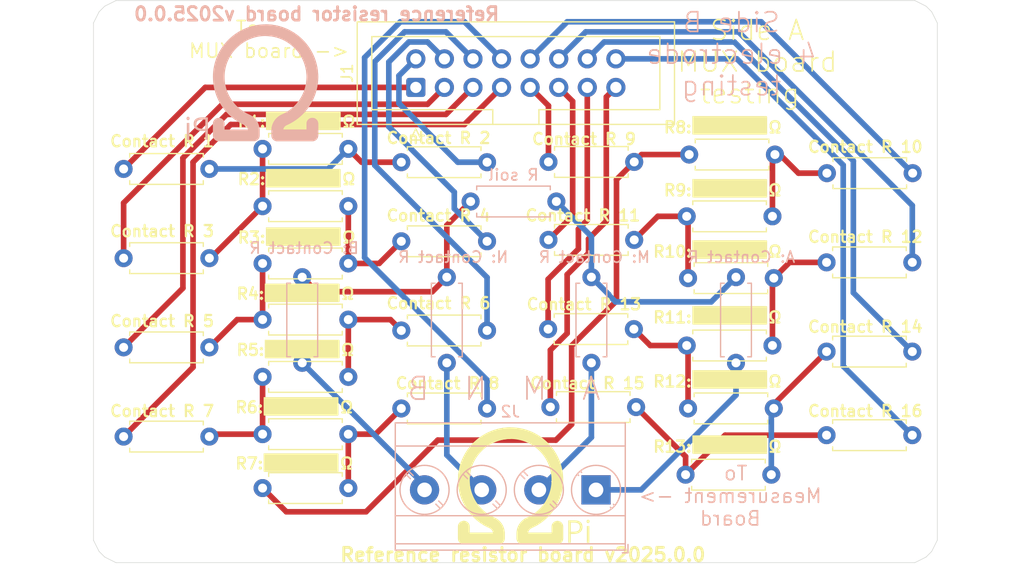
<source format=kicad_pcb>
(kicad_pcb (version 20240108) (generator "pcbnew") (generator_version "8.0")
  (layers (0 "F.Cu" signal) (31 "B.Cu" signal) (34 "B.Paste" user) (35 "F.Paste" user) (36 "B.SilkS" user "B.Silkscreen") (37 "F.SilkS" user "F.Silkscreen") (38 "B.Mask" user) (39 "F.Mask" user) (44 "Edge.Cuts" user))
  (net 0 "")
  (net 1 "Net-(J1-Pin_1)")
  (net 2 "Net-(J1-Pin_2)")
  (net 3 "Net-(J1-Pin_3)")
  (net 4 "Net-(J1-Pin_4)")
  (net 5 "Net-(J1-Pin_5)")
  (net 6 "Net-(J1-Pin_6)")
  (net 7 "Net-(J1-Pin_7)")
  (net 8 "Net-(J1-Pin_8)")
  (net 9 "Net-(J1-Pin_9)")
  (net 10 "Net-(J1-Pin_10)")
  (net 11 "Net-(J1-Pin_11)")
  (net 12 "Net-(J1-Pin_12)")
  (net 13 "Net-(J1-Pin_13)")
  (net 14 "Net-(J1-Pin_14)")
  (net 15 "Net-(J1-Pin_15)")
  (net 16 "Net-(J1-Pin_16)")
  (net 17 "Net-(R1-Pad2)")
  (net 18 "Net-(R18-Pad2)")
  (net 19 "Net-(R19-Pad2)")
  (net 20 "Net-(R20-Pad2)")
  (net 21 "Net-(R21-Pad2)")
  (net 22 "Net-(R22-Pad2)")
  (net 23 "Net-(R23-Pad2)")
  (net 24 "Net-(R24-Pad2)")
  (net 25 "Net-(R10-Pad2)")
  (net 26 "Net-(R11-Pad2)")
  (net 27 "Net-(R12-Pad2)")
  (net 28 "Net-(R13-Pad2)")
  (net 29 "Net-(R14-Pad2)")
  (net 30 "Net-(R15-Pad2)")
  (net 31 "Net-(J2-Pin_1)")
  (net 32 "Net-(R31-Pad2)")
  (net 33 "Net-(J2-Pin_2)")
  (net 34 "Net-(R33-Pad2)")
  (net 35 "Net-(J2-Pin_3)")
  (net 36 "Net-(J2-Pin_4)")
  (footprint "Resistor_THT:R_Axial_DIN0207_L6.3mm_D2.5mm_P7.62mm_Horizontal" (layer "F.Cu") (at 82.430999 125.470333)
    (property "Reference" "R23" (hide yes))
    (property "Value" "R" (hide yes))
  )
  (footprint "Resistor_THT:R_Axial_DIN0207_L6.3mm_D2.5mm_P7.62mm_Horizontal" (layer "F.Cu") (at 102.380999 116.249763 180)
    (property "Reference" "R6" (hide yes))
    (property "Value" "R" (hide yes))
  )
  (footprint "Resistor_THT:R_Axial_DIN0207_L6.3mm_D2.5mm_P7.62mm_Horizontal" (layer "F.Cu") (at 120.345681 100.598335)
    (property "Reference" "R25" (hide yes))
    (property "Value" "R" (hide yes))
  )
  (footprint "" (layer "F.Cu") (at 72.1 92)
    (property "Reference" "")
    (property "Value" "")
  )
  (footprint "MountingHole:MountingHole_3.2mm_M3_ISO7380" (layer "F.Cu") (at 72.1 92)
    (property "Reference" "REF**" (hide yes))
    (property "Value" "MountingHole_3.2mm_M3_ISO7380")
  )
  (footprint "MountingHole:MountingHole_3.2mm_M3_ISO7380" (layer "F.Cu") (at 137.1 132)
    (property "Reference" "REF**" (hide yes))
    (property "Value" "MountingHole_3.2mm_M3_ISO7380")
  )
  (footprint "Resistor_THT:R_Axial_DIN0207_L6.3mm_D2.5mm_P7.62mm_Horizontal" (layer "F.Cu") (at 107.838996 101.25386)
    (property "Reference" "R9" (hide yes))
    (property "Value" "R" (hide yes))
  )
  (footprint "Resistor_THT:R_Axial_DIN0207_L6.3mm_D2.5mm_P7.62mm_Horizontal" (layer "F.Cu") (at 140.175681 118.125288 180)
    (property "Reference" "R14" (hide yes))
    (property "Value" "R" (hide yes))
  )
  (footprint "Resistor_THT:R_Axial_DIN0207_L6.3mm_D2.5mm_P7.62mm_Horizontal" (layer "F.Cu") (at 140.205681 102.25386 180)
    (property "Reference" "R10" (hide yes))
    (property "Value" "R" (hide yes))
  )
  (footprint "MountingHole:MountingHole_3.2mm_M3_ISO7380" (layer "F.Cu") (at 137.1 92)
    (property "Reference" "REF**" (hide yes))
    (property "Value" "MountingHole_3.2mm_M3_ISO7380")
  )
  (footprint "Resistor_THT:R_Axial_DIN0207_L6.3mm_D2.5mm_P7.62mm_Horizontal" (layer "F.Cu") (at 120.245681 123.179667)
    (property "Reference" "R29" (hide yes))
    (property "Value" "R" (hide yes))
  )
  (footprint "Resistor_THT:R_Axial_DIN0207_L6.3mm_D2.5mm_P7.62mm_Horizontal" (layer "F.Cu") (at 140.175681 125.561004 180)
    (property "Reference" "R16" (hide yes))
    (property "Value" "R" (hide yes))
  )
  (footprint "Resistor_THT:R_Axial_DIN0207_L6.3mm_D2.5mm_P7.62mm_Horizontal" (layer "F.Cu") (at 140.175681 110.189574 180)
    (property "Reference" "R12" (hide yes))
    (property "Value" "R" (hide yes))
  )
  (footprint "Resistor_THT:R_Axial_DIN0207_L6.3mm_D2.5mm_P7.62mm_Horizontal" (layer "F.Cu") (at 120.245681 111.589001)
    (property "Reference" "R27" (hide yes))
    (property "Value" "R" (hide yes))
  )
  (footprint "Resistor_THT:R_Axial_DIN0207_L6.3mm_D2.5mm_P7.62mm_Horizontal" (layer "F.Cu") (at 70.080999 109.814049)
    (property "Reference" "R3" (hide yes))
    (property "Value" "R" (hide yes))
  )
  (footprint "Resistor_THT:R_Axial_DIN0207_L6.3mm_D2.5mm_P7.62mm_Horizontal" (layer "F.Cu") (at 90.050999 120.375 180)
    (property "Reference" "R22" (hide yes))
    (property "Value" "R" (hide yes))
  )
  (footprint "Connector_IDC:IDC-Header_2x08_P2.54mm_Vertical" (layer "F.Cu") (at 96.05 94.625 90)
    (property "Reference" "J1")
    (property "Value" "Conn_02x08_Odd_Even")
  )
  (footprint "Resistor_THT:R_Axial_DIN0207_L6.3mm_D2.5mm_P7.62mm_Horizontal" (layer "F.Cu") (at 82.430999 105.189001)
    (property "Reference" "R19" (hide yes))
    (property "Value" "R" (hide yes))
  )
  (footprint "Resistor_THT:R_Axial_DIN0207_L6.3mm_D2.5mm_P7.62mm_Horizontal" (layer "F.Cu") (at 90.050999 110.284334 180)
    (property "Reference" "R20" (hide yes))
    (property "Value" "R" (hide yes))
  )
  (footprint "Resistor_THT:R_Axial_DIN0207_L6.3mm_D2.5mm_P7.62mm_Horizontal" (layer "F.Cu") (at 107.808996 116.125288)
    (property "Reference" "R13" (hide yes))
    (property "Value" "R" (hide yes))
  )
  (footprint "Resistor_THT:R_Axial_DIN0207_L6.3mm_D2.5mm_P7.62mm_Horizontal" (layer "F.Cu") (at 90.050999 130.265666 180)
    (property "Reference" "R24" (hide yes))
    (property "Value" "R" (hide yes))
  )
  (footprint "Resistor_THT:R_Axial_DIN0207_L6.3mm_D2.5mm_P7.62mm_Horizontal" (layer "F.Cu") (at 90.050999 100.093668 180)
    (property "Reference" "R18" (hide yes))
    (property "Value" "R" (hide yes))
  )
  (footprint "Resistor_THT:R_Axial_DIN0207_L6.3mm_D2.5mm_P7.62mm_Horizontal" (layer "F.Cu") (at 70.080999 101.878335)
    (property "Reference" "R1" (hide yes))
    (property "Value" "R")
  )
  (footprint "Resistor_THT:R_Axial_DIN0207_L6.3mm_D2.5mm_P7.62mm_Horizontal" (layer "F.Cu") (at 107.838996 108.189574)
    (property "Reference" "R11" (hide yes))
    (property "Value" "R" (hide yes))
  )
  (footprint "Resistor_THT:R_Axial_DIN0207_L6.3mm_D2.5mm_P7.62mm_Horizontal" (layer "F.Cu") (at 102.380999 101.278335 180)
    (property "Reference" "R2" (hide yes))
    (property "Value" "R" (hide yes))
  )
  (footprint "MountingHole:MountingHole_3.2mm_M3_ISO7380" (layer "F.Cu") (at 72.1 132)
    (property "Reference" "REF**" (hide yes))
    (property "Value" "MountingHole_3.2mm_M3_ISO7380")
  )
  (footprint "Resistor_THT:R_Axial_DIN0207_L6.3mm_D2.5mm_P7.62mm_Horizontal" (layer "F.Cu") (at 108.008996 123.061004)
    (property "Reference" "R15" (hide yes))
    (property "Value" "R" (hide yes))
  )
  (footprint "Resistor_THT:R_Axial_DIN0207_L6.3mm_D2.5mm_P7.62mm_Horizontal" (layer "F.Cu") (at 102.380999 123.185477 180)
    (property "Reference" "R8" (hide yes))
    (property "Value" "R" (hide yes))
  )
  (footprint "Resistor_THT:R_Axial_DIN0207_L6.3mm_D2.5mm_P7.62mm_Horizontal" (layer "F.Cu") (at 70.080999 117.749763)
    (property "Reference" "R5" (hide yes))
    (property "Value" "R" (hide yes))
  )
  (footprint "Resistor_THT:R_Axial_DIN0207_L6.3mm_D2.5mm_P7.62mm_Horizontal" (layer "F.Cu") (at 82.430999 115.279667)
    (property "Reference" "R21" (hide yes))
    (property "Value" "R" (hide yes))
  )
  (footprint "Resistor_THT:R_Axial_DIN0207_L6.3mm_D2.5mm_P7.62mm_Horizontal" (layer "F.Cu") (at 127.745681 106.093668 180)
    (property "Reference" "R26" (hide yes))
    (property "Value" "R" (hide yes))
  )
  (footprint "Resistor_THT:R_Axial_DIN0207_L6.3mm_D2.5mm_P7.62mm_Horizontal" (layer "F.Cu") (at 102.380999 108.314049 180)
    (property "Reference" "R4" (hide yes))
    (property "Value" "R" (hide yes))
  )
  (footprint "Resistor_THT:R_Axial_DIN0207_L6.3mm_D2.5mm_P7.62mm_Horizontal" (layer "F.Cu") (at 70.080999 125.685477)
    (property "Reference" "R7" (hide yes))
    (property "Value" "R" (hide yes))
  )
  (footprint "Resistor_THT:R_Axial_DIN0207_L6.3mm_D2.5mm_P7.62mm_Horizontal" (layer "F.Cu") (at 127.645681 129.075 180)
    (property "Reference" "R30" (hide yes))
    (property "Value" "R" (hide yes))
  )
  (footprint "Resistor_THT:R_Axial_DIN0207_L6.3mm_D2.5mm_P7.62mm_Horizontal" (layer "F.Cu") (at 127.745681 117.584334 180)
    (property "Reference" "R28" (hide yes))
    (property "Value" "R" (hide yes))
  )
  (footprint "Resistor_THT:R_Axial_DIN0207_L6.3mm_D2.5mm_P7.62mm_Horizontal" (layer "B.Cu") (at 85.955 119.125 90)
    (property "Reference" "B: Contact R")
    (property "Value" "R")
  )
  (footprint "Resistor_THT:R_Axial_DIN0207_L6.3mm_D2.5mm_P7.62mm_Horizontal" (layer "B.Cu") (at 111.655 119.125 90)
    (property "Reference" "M: Contact R")
    (property "Value" "R")
  )
  (footprint "Resistor_THT:R_Axial_DIN0207_L6.3mm_D2.5mm_P7.62mm_Horizontal" (layer "B.Cu") (at 124.505 119.125 90)
    (property "Reference" "A: Contact R")
    (property "Value" "R")
  )
  (footprint "Resistor_THT:R_Axial_DIN0207_L6.3mm_D2.5mm_P7.62mm_Horizontal" (layer "B.Cu") (at 108.54 104.775 180)
    (property "Reference" "R soil")
    (property "Value" "R")
  )
  (footprint "Resistor_THT:R_Axial_DIN0207_L6.3mm_D2.5mm_P7.62mm_Horizontal" (layer "B.Cu") (at 98.805 119.125 90)
    (property "Reference" "N: Contact R")
    (property "Value" "R")
  )
  (footprint "TerminalBlock_Phoenix:TerminalBlock_Phoenix_MKDS-3-4-5.08_1x04_P5.08mm_Horizontal" (layer "B.Cu") (at 112.065 130.425 180)
    (property "Reference" "J2")
    (property "Value" "Screw_Terminal_01x04")
  )
  (gr_rect (start 75.695175 97.789746) (end 75.921999 99.286847) (fill solid) (layer "B.SilkS"))
  (gr_poly (pts (xy 76.963615 97.292067) (xy 76.87885 97.298889) (xy 76.79993 97.310257) (xy 76.726857 97.326174) (xy 76.692512 97.335837) (xy 76.659629 97.346638) (xy 76.628207 97.358575) (xy 76.598247 97.371649) (xy 76.569748 97.38586) (xy 76.542711 97.401208) (xy 76.517135 97.417693) (xy 76.493021 97.435315) (xy 76.470368 97.454073) (xy 76.449177 97.473969) (xy 76.429447 97.495001) (xy 76.411179 97.51717) (xy 76.394372 97.540476) (xy 76.379026 97.564919) (xy 76.365142 97.590499) (xy 76.35272 97.617216) (xy 76.341759 97.645069) (xy 76.332259 97.67406) (xy 76.324221 97.704187) (xy 76.317644 97.735452) (xy 76.312529 97.767853) (xy 76.308875 97.801391) (xy 76.306683 97.836066) (xy 76.305952 97.871878) (xy 76.306761 97.909235) (xy 76.309188 97.945497) (xy 76.313233 97.980664) (xy 76.318895 98.014737) (xy 76.326174 98.047714) (xy 76.335071 98.079597) (xy 76.345584 98.110385) (xy 76.357714 98.140078) (xy 76.371461 98.168676) (xy 76.386824 98.196179) (xy 76.403803 98.222587) (xy 76.422398 98.247901) (xy 76.442609 98.272119) (xy 76.464435 98.295243) (xy 76.487877 98.317271) (xy 76.512933 98.338205) (xy 76.539469 98.357967) (xy 76.5674 98.376452) (xy 76.596727 98.393662) (xy 76.627448 98.409597) (xy 76.659565 98.424257) (xy 76.693077 98.437641) (xy 76.727984 98.44975) (xy 76.764287 98.460584) (xy 76.801985 98.470143) (xy 76.841078 98.478427) (xy 76.881566 98.485436) (xy 76.92345 98.491171) (xy 76.966729 98.495631) (xy 77.011403 98.498817) (xy 77.057473 98.500728) (xy 77.104938 98.501365) (xy 77.339757 98.501365) (xy 77.339757 99.286847) (xy 77.572093 99.286847) (xy 77.572093 97.490712) (xy 77.339757 97.490712) (xy 77.339757 98.302101) (xy 77.130846 98.302101) (xy 77.092936 98.301711) (xy 77.05636 98.300544) (xy 77.021118 98.298597) (xy 76.987211 98.295871) (xy 76.954637 98.292367) (xy 76.923397 98.288083) (xy 76.89349 98.283019) (xy 76.864918 98.277175) (xy 76.83768 98.270552) (xy 76.811775 98.263148) (xy 76.787205 98.254964) (xy 76.763968 98.246) (xy 76.742066 98.236254) (xy 76.721497 98.225728) (xy 76.702262 98.21442) (xy 76.684361 98.202331) (xy 76.675866 98.19598) (xy 76.667641 98.189394) (xy 76.659685 98.182573) (xy 76.651999 98.175517) (xy 76.644582 98.168227) (xy 76.637436 98.160701) (xy 76.630559 98.15294) (xy 76.623951 98.144945) (xy 76.617614 98.136715) (xy 76.611546 98.12825) (xy 76.605747 98.11955) (xy 76.600219 98.110615) (xy 76.59496 98.101445) (xy 76.589971 98.092041) (xy 76.580801 98.072528) (xy 76.572711 98.052076) (xy 76.565699 98.030685) (xy 76.559766 98.008355) (xy 76.554911 97.985086) (xy 76.551136 97.960879) (xy 76.548439 97.935733) (xy 76.546821 97.909649) (xy 76.546281 97.882626) (xy 76.546789 97.858292) (xy 76.54831 97.834745) (xy 76.550845 97.811984) (xy 76.554395 97.79001) (xy 76.558958 97.768823) (xy 76.564536 97.748423) (xy 76.571128 97.72881) (xy 76.578734 97.709984) (xy 76.587355 97.691945) (xy 76.596989 97.674694) (xy 76.607638 97.65823) (xy 76.6193 97.642554) (xy 76.631977 97.627665) (xy 76.645668 97.613564) (xy 76.660373 97.600251) (xy 76.676093 97.587726) (xy 76.69286 97.575986) (xy 76.710761 97.565002) (xy 76.729796 97.554774) (xy 76.749964 97.545302) (xy 76.771266 97.536587) (xy 76.793702 97.528628) (xy 76.817271 97.521427) (xy 76.841974 97.514983) (xy 76.867811 97.509296) (xy 76.894781 97.504367) (xy 76.922885 97.500195) (xy 76.952123 97.496782) (xy 76.982494 97.494127) (xy 77.013999 97.49223) (xy 77.046637 97.491092) (xy 77.080409 97.490712) (xy 77.339757 97.490712) (xy 77.572093 97.490712) (xy 77.572093 97.289794) (xy 77.054227 97.289794)) (fill solid) (layer "B.SilkS"))
  (gr_poly (pts (xy 82.695536 90.053074) (xy 82.882587 90.057821) (xy 83.067213 90.071907) (xy 83.249185 90.095103) (xy 83.428272 90.127178) (xy 83.604243 90.1679) (xy 83.776868 90.21704) (xy 83.945917 90.274366) (xy 84.111159 90.339648) (xy 84.272364 90.412654) (xy 84.4293 90.493155) (xy 84.581739 90.58092) (xy 84.729449 90.675717) (xy 84.8722 90.777317) (xy 85.009761 90.885488) (xy 85.141903 91) (xy 85.268394 91.120623) (xy 85.389004 91.247124) (xy 85.503503 91.379274) (xy 85.61166 91.516843) (xy 85.713245 91.659598) (xy 85.808028 91.807311) (xy 85.895778 91.959749) (xy 85.976264 92.116682) (xy 86.049256 92.27788) (xy 86.114524 92.443111) (xy 86.171837 92.612146) (xy 86.220965 92.784753) (xy 86.261678 92.960702) (xy 86.293744 93.139761) (xy 86.316934 93.321701) (xy 86.331017 93.506291) (xy 86.335762 93.693299) (xy 86.333262 93.828607) (xy 86.325807 93.963002) (xy 86.31347 94.096375) (xy 86.296322 94.228617) (xy 86.274433 94.359621) (xy 86.247874 94.489278) (xy 86.216717 94.617478) (xy 86.181033 94.744115) (xy 86.140892 94.869078) (xy 86.096366 94.99226) (xy 86.047526 95.113552) (xy 85.994442 95.232846) (xy 85.937186 95.350032) (xy 85.875829 95.465003) (xy 85.810442 95.577649) (xy 85.741095 95.687863) (xy 85.667861 95.795536) (xy 85.590809 95.900559) (xy 85.510012 96.002823) (xy 85.42554 96.102221) (xy 85.337464 96.198644) (xy 85.245855 96.291982) (xy 85.150784 96.382128) (xy 85.052322 96.468973) (xy 84.950541 96.552409) (xy 84.845511 96.632326) (xy 84.737304 96.708617) (xy 84.62599 96.781172) (xy 84.51164 96.849884) (xy 84.394326 96.914644) (xy 84.274119 96.975343) (xy 84.151089 97.031873) (xy 84.046917 97.082085) (xy 83.947704 97.13925) (xy 83.853693 97.202996) (xy 83.765127 97.272954) (xy 83.682249 97.348752) (xy 83.605302 97.430019) (xy 83.53453 97.516385) (xy 83.470174 97.607479) (xy 83.41248 97.70293) (xy 83.361689 97.802367) (xy 83.318045 97.905419) (xy 83.281791 98.011716) (xy 83.25317 98.120887) (xy 83.232426 98.23256) (xy 83.219801 98.346365) (xy 83.215539 98.461932) (xy 83.215539 98.893602) (xy 83.216216 98.920397) (xy 83.218225 98.946836) (xy 83.221534 98.972887) (xy 83.226109 98.998518) (xy 83.231919 99.023695) (xy 83.23893 99.048386) (xy 83.247109 99.072559) (xy 83.256425 99.096182) (xy 83.266843 99.119222) (xy 83.278331 99.141647) (xy 83.290858 99.163423) (xy 83.304389 99.184519) (xy 83.318892 99.204903) (xy 83.334334 99.224541) (xy 83.350684 99.243402) (xy 83.367907 99.261452) (xy 83.385971 99.27866) (xy 83.404844 99.294993) (xy 83.424492 99.310418) (xy 83.444883 99.324904) (xy 83.465985 99.338417) (xy 83.487764 99.350925) (xy 83.510187 99.362396) (xy 83.533223 99.372798) (xy 83.556838 99.382097) (xy 83.580999 99.390262) (xy 83.605674 99.397259) (xy 83.63083 99.403057) (xy 83.656435 99.407623) (xy 83.682455 99.410925) (xy 83.708857 99.412929) (xy 83.73561 99.413605) (xy 86.855764 99.413605) (xy 86.882511 99.412929) (xy 86.908908 99.410925) (xy 86.934922 99.407623) (xy 86.960521 99.403057) (xy 86.985673 99.397259) (xy 87.010344 99.390262) (xy 87.034501 99.382097) (xy 87.058112 99.372798) (xy 87.081144 99.362396) (xy 87.103565 99.350925) (xy 87.125341 99.338417) (xy 87.146439 99.324904) (xy 87.166828 99.310418) (xy 87.186474 99.294993) (xy 87.205345 99.27866) (xy 87.223408 99.261452) (xy 87.240629 99.243402) (xy 87.256977 99.224541) (xy 87.272418 99.204903) (xy 87.286921 99.184519) (xy 87.300451 99.163423) (xy 87.312976 99.141647) (xy 87.324464 99.119222) (xy 87.334882 99.096182) (xy 87.344197 99.072559) (xy 87.352376 99.048386) (xy 87.359387 99.023695) (xy 87.365196 98.998518) (xy 87.369772 98.972887) (xy 87.37308 98.946836) (xy 87.37509 98.920397) (xy 87.375767 98.893602) (xy 87.375767 97.853528) (xy 87.37509 97.826733) (xy 87.37308 97.800294) (xy 87.369772 97.774243) (xy 87.365196 97.748612) (xy 87.359387 97.723435) (xy 87.352376 97.698744) (xy 87.344197 97.674571) (xy 87.334882 97.650948) (xy 87.324464 97.627908) (xy 87.312976 97.605483) (xy 87.300451 97.583707) (xy 87.286921 97.562611) (xy 87.272418 97.542227) (xy 87.256977 97.522589) (xy 87.240629 97.503728) (xy 87.223408 97.485678) (xy 87.205345 97.46847) (xy 87.186474 97.452137) (xy 87.166828 97.436712) (xy 87.146439 97.422226) (xy 87.125341 97.408713) (xy 87.103565 97.396205) (xy 87.081144 97.384734) (xy 87.058112 97.374332) (xy 87.034501 97.365033) (xy 87.010344 97.356869) (xy 86.985673 97.349871) (xy 86.960521 97.344073) (xy 86.934922 97.339507) (xy 86.908908 97.336206) (xy 86.882511 97.334201) (xy 86.855764 97.333525) (xy 86.829017 97.334201) (xy 86.802621 97.336206) (xy 86.776606 97.339507) (xy 86.751007 97.344073) (xy 86.725855 97.349871) (xy 86.701185 97.356869) (xy 86.677028 97.365033) (xy 86.653416 97.374332) (xy 86.630384 97.384734) (xy 86.607964 97.396205) (xy 86.586188 97.408713) (xy 86.565089 97.422226) (xy 86.5447 97.436712) (xy 86.525054 97.452137) (xy 86.506184 97.46847) (xy 86.488121 97.485678) (xy 86.4709 97.503728) (xy 86.454552 97.522589) (xy 86.43911 97.542227) (xy 86.424608 97.562611) (xy 86.411078 97.583707) (xy 86.398552 97.605483) (xy 86.387064 97.627908) (xy 86.376647 97.650948) (xy 86.367332 97.674571) (xy 86.359153 97.698744) (xy 86.352142 97.723435) (xy 86.346333 97.748612) (xy 86.341757 97.774243) (xy 86.338448 97.800294) (xy 86.336439 97.826733) (xy 86.335762 97.853528) (xy 86.335762 98.373531) (xy 84.263399 98.373531) (xy 84.269836 98.341843) (xy 84.278185 98.310779) (xy 84.288396 98.280416) (xy 84.300417 98.250833) (xy 84.3142 98.222104) (xy 84.329692 98.194308) (xy 84.346844 98.167522) (xy 84.365606 98.141822) (xy 84.385927 98.117286) (xy 84.407757 98.09399) (xy 84.431045 98.072012) (xy 84.455742 98.051428) (xy 84.481796 98.032316) (xy 84.509157 98.014752) (xy 84.537776 97.998814) (xy 84.567601 97.984579) (xy 84.880235 97.833936) (xy 85.177997 97.662398) (xy 85.460157 97.471085) (xy 85.725984 97.261114) (xy 85.974747 97.033605) (xy 86.205713 96.789675) (xy 86.418153 96.530443) (xy 86.611335 96.257027) (xy 86.784528 95.970546) (xy 86.937 95.672119) (xy 87.068021 95.362862) (xy 87.17686 95.043896) (xy 87.262785 94.716338) (xy 87.325065 94.381307) (xy 87.36297 94.039922) (xy 87.375767 93.693299) (xy 87.369664 93.452798) (xy 87.351554 93.215414) (xy 87.321734 92.981444) (xy 87.280499 92.751184) (xy 87.228146 92.524931) (xy 87.164972 92.302981) (xy 87.091273 92.08563) (xy 87.007346 91.873174) (xy 86.913487 91.665909) (xy 86.809993 91.464132) (xy 86.69716 91.268139) (xy 86.575285 91.078226) (xy 86.444664 90.89469) (xy 86.305594 90.717826) (xy 86.158372 90.547931) (xy 86.003293 90.385301) (xy 85.840654 90.230233) (xy 85.670752 90.083022) (xy 85.493883 89.943965) (xy 85.310345 89.813357) (xy 85.120432 89.691496) (xy 84.924443 89.578678) (xy 84.722673 89.475198) (xy 84.515418 89.381353) (xy 84.302976 89.297439) (xy 84.085643 89.223753) (xy 83.863716 89.16059) (xy 83.63749 89.108248) (xy 83.407263 89.067021) (xy 83.17333 89.037206) (xy 82.935989 89.0191) (xy 82.695536 89.012999)) (fill solid) (layer "B.SilkS"))
  (gr_poly (pts (xy 82.455083 89.0191) (xy 82.217741 89.037206) (xy 81.983808 89.067021) (xy 81.753579 89.108248) (xy 81.527352 89.16059) (xy 81.305422 89.223753) (xy 81.088087 89.297439) (xy 80.875643 89.381353) (xy 80.668386 89.475198) (xy 80.466613 89.578678) (xy 80.270621 89.691496) (xy 80.080705 89.813357) (xy 79.897164 89.943965) (xy 79.720292 90.083022) (xy 79.550387 90.230233) (xy 79.387745 90.385301) (xy 79.232663 90.547931) (xy 79.085437 90.717826) (xy 78.946363 90.89469) (xy 78.815739 91.078226) (xy 78.693861 91.268139) (xy 78.581026 91.464132) (xy 78.477529 91.665909) (xy 78.383667 91.873174) (xy 78.299738 92.08563) (xy 78.226037 92.302981) (xy 78.162861 92.524931) (xy 78.110507 92.751184) (xy 78.069271 92.981444) (xy 78.039449 93.215414) (xy 78.021339 93.452798) (xy 78.015236 93.693299) (xy 78.028034 94.039922) (xy 78.06594 94.381307) (xy 78.128224 94.716338) (xy 78.214152 95.043896) (xy 78.322995 95.362862) (xy 78.454021 95.672119) (xy 78.606498 95.970546) (xy 78.779694 96.257027) (xy 78.972879 96.530443) (xy 79.18532 96.789675) (xy 79.416287 97.033605) (xy 79.665048 97.261114) (xy 79.930871 97.471085) (xy 80.213026 97.662398) (xy 80.51078 97.833936) (xy 80.823402 97.984579) (xy 80.853239 97.998814) (xy 80.881868 98.014752) (xy 80.909239 98.032316) (xy 80.9353 98.051428) (xy 80.960002 98.072012) (xy 80.983294 98.09399) (xy 81.005127 98.117286) (xy 81.025448 98.141822) (xy 81.04421 98.167522) (xy 81.061359 98.194308) (xy 81.076848 98.222104) (xy 81.090624 98.250833) (xy 81.102639 98.280416) (xy 81.112841 98.310779) (xy 81.121179 98.341843) (xy 81.127605 98.373531) (xy 79.05531 98.373531) (xy 79.05531 97.853528) (xy 79.054633 97.826733) (xy 79.052624 97.800294) (xy 79.049315 97.774243) (xy 79.04474 97.748612) (xy 79.03893 97.723435) (xy 79.031919 97.698744) (xy 79.02374 97.674571) (xy 79.014425 97.650948) (xy 79.004008 97.627908) (xy 78.992519 97.605483) (xy 78.979994 97.583707) (xy 78.966464 97.562611) (xy 78.951962 97.542227) (xy 78.93652 97.522589) (xy 78.920172 97.503728) (xy 78.902951 97.485678) (xy 78.884888 97.46847) (xy 78.866017 97.452137) (xy 78.846371 97.436712) (xy 78.825982 97.422226) (xy 78.804884 97.408713) (xy 78.783108 97.396205) (xy 78.760687 97.384734) (xy 78.737655 97.374332) (xy 78.714044 97.365033) (xy 78.689887 97.356869) (xy 78.665216 97.349871) (xy 78.640065 97.344073) (xy 78.614465 97.339507) (xy 78.588451 97.336206) (xy 78.562054 97.334201) (xy 78.535307 97.333525) (xy 78.508555 97.334201) (xy 78.482152 97.336206) (xy 78.456132 97.339507) (xy 78.430527 97.344073) (xy 78.405371 97.349871) (xy 78.380696 97.356869) (xy 78.356535 97.365033) (xy 78.33292 97.374332) (xy 78.309884 97.384734) (xy 78.287461 97.396205) (xy 78.265682 97.408713) (xy 78.24458 97.422226) (xy 78.224189 97.436712) (xy 78.204541 97.452137) (xy 78.185668 97.46847) (xy 78.167604 97.485678) (xy 78.150381 97.503728) (xy 78.134032 97.522589) (xy 78.118589 97.542227) (xy 78.104086 97.562611) (xy 78.090555 97.583707) (xy 78.078029 97.605483) (xy 78.06654 97.627908) (xy 78.056122 97.650948) (xy 78.046806 97.674571) (xy 78.038627 97.698744) (xy 78.031616 97.723435) (xy 78.025807 97.748612) (xy 78.021231 97.774243) (xy 78.017922 97.800294) (xy 78.015913 97.826733) (xy 78.015236 97.853528) (xy 78.015236 98.893602) (xy 78.015913 98.920397) (xy 78.017922 98.946836) (xy 78.021231 98.972887) (xy 78.025807 98.998518) (xy 78.031616 99.023695) (xy 78.038627 99.048386) (xy 78.046806 99.072559) (xy 78.056122 99.096182) (xy 78.06654 99.119222) (xy 78.078029 99.141647) (xy 78.090555 99.163423) (xy 78.104086 99.184519) (xy 78.118589 99.204903) (xy 78.134032 99.224541) (xy 78.150381 99.243402) (xy 78.167604 99.261452) (xy 78.185668 99.27866) (xy 78.204541 99.294993) (xy 78.224189 99.310418) (xy 78.24458 99.324904) (xy 78.265682 99.338417) (xy 78.287461 99.350925) (xy 78.309884 99.362396) (xy 78.33292 99.372798) (xy 78.356535 99.382097) (xy 78.380696 99.390262) (xy 78.405371 99.397259) (xy 78.430527 99.403057) (xy 78.456132 99.407623) (xy 78.482152 99.410925) (xy 78.508555 99.412929) (xy 78.535307 99.413605) (xy 81.655462 99.413605) (xy 81.682208 99.412929) (xy 81.708605 99.410925) (xy 81.73462 99.407623) (xy 81.760219 99.403057) (xy 81.785371 99.397259) (xy 81.810041 99.390262) (xy 81.834198 99.382097) (xy 81.85781 99.372798) (xy 81.880842 99.362396) (xy 81.903262 99.350925) (xy 81.925038 99.338417) (xy 81.946137 99.324904) (xy 81.966526 99.310418) (xy 81.986172 99.294993) (xy 82.005043 99.27866) (xy 82.023105 99.261452) (xy 82.040327 99.243402) (xy 82.056675 99.224541) (xy 82.072116 99.204903) (xy 82.086618 99.184519) (xy 82.100149 99.163423) (xy 82.112674 99.141647) (xy 82.124162 99.119222) (xy 82.13458 99.096182) (xy 82.143895 99.072559) (xy 82.152074 99.048386) (xy 82.159085 99.023695) (xy 82.164894 98.998518) (xy 82.16947 98.972887) (xy 82.172778 98.946836) (xy 82.174788 98.920397) (xy 82.175465 98.893602) (xy 82.175465 98.461932) (xy 82.171203 98.346365) (xy 82.15858 98.23256) (xy 82.137839 98.120887) (xy 82.109223 98.011716) (xy 82.072974 97.905419) (xy 82.029336 97.802367) (xy 81.978552 97.70293) (xy 81.920863 97.607479) (xy 81.856515 97.516385) (xy 81.785748 97.430019) (xy 81.708807 97.348752) (xy 81.625934 97.272954) (xy 81.537372 97.202996) (xy 81.443365 97.13925) (xy 81.344154 97.082085) (xy 81.239983 97.031873) (xy 81.116953 96.975343) (xy 80.996746 96.914644) (xy 80.879432 96.849884) (xy 80.765082 96.781172) (xy 80.653768 96.708617) (xy 80.54556 96.632326) (xy 80.440531 96.552409) (xy 80.338749 96.468973) (xy 80.240288 96.382128) (xy 80.145217 96.291982) (xy 80.053608 96.198644) (xy 79.965532 96.102221) (xy 79.88106 96.002823) (xy 79.800262 95.900559) (xy 79.723211 95.795536) (xy 79.649977 95.687863) (xy 79.58063 95.577649) (xy 79.515243 95.465003) (xy 79.453886 95.350032) (xy 79.39663 95.232846) (xy 79.343546 95.113552) (xy 79.294706 94.99226) (xy 79.25018 94.869078) (xy 79.210039 94.744115) (xy 79.174355 94.617478) (xy 79.143198 94.489278) (xy 79.116639 94.359621) (xy 79.09475 94.228617) (xy 79.077602 94.096375) (xy 79.065265 93.963002) (xy 79.057811 93.828607) (xy 79.05531 93.693299) (xy 79.060056 93.506291) (xy 79.074138 93.321701) (xy 79.097328 93.139761) (xy 79.129395 92.960702) (xy 79.170107 92.784753) (xy 79.219235 92.612146) (xy 79.276548 92.443111) (xy 79.341816 92.27788) (xy 79.414808 92.116682) (xy 79.495295 91.959749) (xy 79.583044 91.807311) (xy 79.677827 91.659598) (xy 79.779412 91.516843) (xy 79.887569 91.379274) (xy 80.002068 91.247124) (xy 80.122678 91.120623) (xy 80.24917 91) (xy 80.381311 90.885488) (xy 80.518872 90.777317) (xy 80.661623 90.675717) (xy 80.809333 90.58092) (xy 80.961772 90.493155) (xy 81.118709 90.412654) (xy 81.279913 90.339648) (xy 81.445155 90.274366) (xy 81.614204 90.21704) (xy 81.786829 90.1679) (xy 81.9628 90.127178) (xy 82.141887 90.095103) (xy 82.323859 90.071907) (xy 82.508485 90.057821) (xy 82.695536 90.053074) (xy 82.882587 90.057821) (xy 83.067213 90.071907) (xy 83.249185 90.095103) (xy 83.428272 90.127178) (xy 83.604243 90.1679) (xy 83.776868 90.21704) (xy 83.945917 90.274366) (xy 84.111159 90.339648) (xy 84.272364 90.412654) (xy 84.4293 90.493155) (xy 84.581739 90.58092) (xy 84.729449 90.675717) (xy 84.8722 90.777317) (xy 85.009761 90.885488) (xy 85.141903 91) (xy 85.268394 91.120623) (xy 85.389004 91.247124) (xy 85.503503 91.379274) (xy 85.61166 91.516843) (xy 85.713245 91.659598) (xy 85.808028 91.807311) (xy 85.895778 91.959749) (xy 85.976264 92.116682) (xy 86.049256 92.27788) (xy 86.114524 92.443111) (xy 86.171837 92.612146) (xy 86.220965 92.784753) (xy 86.261678 92.960702) (xy 86.293744 93.139761) (xy 86.316934 93.321701) (xy 86.331017 93.506291) (xy 86.335762 93.693299) (xy 86.325807 93.963002) (xy 86.296322 94.228617) (xy 86.247874 94.489278) (xy 86.181033 94.744115) (xy 86.096366 94.99226) (xy 85.994442 95.232846) (xy 85.875829 95.465003) (xy 85.741095 95.687863) (xy 85.590809 95.900559) (xy 85.42554 96.102221) (xy 85.245855 96.291982) (xy 85.052322 96.468973) (xy 84.845511 96.632326) (xy 84.62599 96.781172) (xy 84.394326 96.914644) (xy 84.151089 97.031873) (xy 84.098398 97.056087) (xy 84.046917 97.082085) (xy 83.996676 97.109821) (xy 83.947704 97.13925) (xy 83.900034 97.170323) (xy 83.853693 97.202996) (xy 83.808715 97.237222) (xy 83.765127 97.272954) (xy 83.722962 97.310146) (xy 83.682249 97.348752) (xy 83.643019 97.388725) (xy 83.605302 97.430019) (xy 83.569129 97.472588) (xy 83.53453 97.516385) (xy 83.501535 97.561365) (xy 83.470174 97.607479) (xy 83.440479 97.654683) (xy 83.41248 97.70293) (xy 83.386206 97.752173) (xy 83.361689 97.802367) (xy 83.338959 97.853464) (xy 83.318045 97.905419) (xy 83.298979 97.958185) (xy 83.281791 98.011716) (xy 83.266512 98.065965) (xy 83.25317 98.120887) (xy 83.241799 98.176433) (xy 83.232426 98.23256) (xy 83.225083 98.289219) (xy 83.219801 98.346365) (xy 83.216609 98.403952) (xy 83.215539 98.461932) (xy 83.215539 98.893602) (xy 83.216216 98.920397) (xy 83.218225 98.946836) (xy 83.221534 98.972887) (xy 83.226109 98.998518) (xy 83.231919 99.023695) (xy 83.23893 99.048386) (xy 83.247109 99.072559) (xy 83.256425 99.096182) (xy 83.266843 99.119222) (xy 83.278331 99.141647) (xy 83.290858 99.163423) (xy 83.304389 99.184519) (xy 83.318892 99.204903) (xy 83.334334 99.224541) (xy 83.350684 99.243402) (xy 83.367907 99.261452) (xy 83.385971 99.27866) (xy 83.404844 99.294993) (xy 83.424492 99.310418) (xy 83.444883 99.324904) (xy 83.465985 99.338417) (xy 83.487764 99.350925) (xy 83.510187 99.362396) (xy 83.533223 99.372798) (xy 83.556838 99.382097) (xy 83.580999 99.390262) (xy 83.605674 99.397259) (xy 83.63083 99.403057) (xy 83.656435 99.407623) (xy 83.682455 99.410925) (xy 83.708857 99.412929) (xy 83.73561 99.413605) (xy 86.855764 99.413605) (xy 86.882511 99.412929) (xy 86.908908 99.410925) (xy 86.934922 99.407623) (xy 86.960521 99.403057) (xy 86.985673 99.397259) (xy 87.010344 99.390262) (xy 87.034501 99.382097) (xy 87.058112 99.372798) (xy 87.081144 99.362396) (xy 87.103565 99.350925) (xy 87.125341 99.338417) (xy 87.146439 99.324904) (xy 87.166828 99.310418) (xy 87.186474 99.294993) (xy 87.205345 99.27866) (xy 87.223408 99.261452) (xy 87.240629 99.243402) (xy 87.256977 99.224541) (xy 87.272418 99.204903) (xy 87.286921 99.184519) (xy 87.300451 99.163423) (xy 87.312976 99.141647) (xy 87.324464 99.119222) (xy 87.334882 99.096182) (xy 87.344197 99.072559) (xy 87.352376 99.048386) (xy 87.359387 99.023695) (xy 87.365196 98.998518) (xy 87.369772 98.972887) (xy 87.37308 98.946836) (xy 87.37509 98.920397) (xy 87.375767 98.893602) (xy 87.375767 97.853528) (xy 87.37509 97.826733) (xy 87.37308 97.800294) (xy 87.369772 97.774243) (xy 87.365196 97.748612) (xy 87.359387 97.723435) (xy 87.352376 97.698744) (xy 87.344197 97.674571) (xy 87.334882 97.650948) (xy 87.324464 97.627908) (xy 87.312976 97.605483) (xy 87.300451 97.583707) (xy 87.286921 97.562611) (xy 87.272418 97.542227) (xy 87.256977 97.522589) (xy 87.240629 97.503728) (xy 87.223408 97.485678) (xy 87.205345 97.46847) (xy 87.186474 97.452137) (xy 87.166828 97.436712) (xy 87.146439 97.422226) (xy 87.125341 97.408713) (xy 87.103565 97.396205) (xy 87.081144 97.384734) (xy 87.058112 97.374332) (xy 87.034501 97.365033) (xy 87.010344 97.356869) (xy 86.985673 97.349871) (xy 86.960521 97.344073) (xy 86.934922 97.339507) (xy 86.908908 97.336206) (xy 86.882511 97.334201) (xy 86.855764 97.333525) (xy 86.829017 97.334201) (xy 86.802621 97.336206) (xy 86.776606 97.339507) (xy 86.751007 97.344073) (xy 86.725855 97.349871) (xy 86.701185 97.356869) (xy 86.677028 97.365033) (xy 86.653416 97.374332) (xy 86.630384 97.384734) (xy 86.607964 97.396205) (xy 86.586188 97.408713) (xy 86.565089 97.422226) (xy 86.5447 97.436712) (xy 86.525054 97.452137) (xy 86.506184 97.46847) (xy 86.488121 97.485678) (xy 86.4709 97.503728) (xy 86.454552 97.522589) (xy 86.43911 97.542227) (xy 86.424608 97.562611) (xy 86.411078 97.583707) (xy 86.398552 97.605483) (xy 86.387064 97.627908) (xy 86.376647 97.650948) (xy 86.367332 97.674571) (xy 86.359153 97.698744) (xy 86.352142 97.723435) (xy 86.346333 97.748612) (xy 86.341757 97.774243) (xy 86.338448 97.800294) (xy 86.336439 97.826733) (xy 86.335762 97.853528) (xy 86.335762 98.373531) (xy 84.263399 98.373531) (xy 84.269836 98.341843) (xy 84.278185 98.310779) (xy 84.288396 98.280416) (xy 84.300417 98.250833) (xy 84.3142 98.222104) (xy 84.329692 98.194308) (xy 84.346844 98.167522) (xy 84.365606 98.141822) (xy 84.385927 98.117286) (xy 84.407757 98.09399) (xy 84.431045 98.072012) (xy 84.455742 98.051428) (xy 84.481796 98.032316) (xy 84.509157 98.014752) (xy 84.537776 97.998814) (xy 84.567601 97.984579) (xy 84.725731 97.911939) (xy 84.880235 97.833936) (xy 85.03102 97.750709) (xy 85.177997 97.662398) (xy 85.321073 97.569144) (xy 85.460157 97.471085) (xy 85.595158 97.368362) (xy 85.725984 97.261114) (xy 85.852544 97.149482) (xy 85.974747 97.033605) (xy 86.0925 96.913623) (xy 86.205713 96.789675) (xy 86.314295 96.661902) (xy 86.418153 96.530443) (xy 86.517197 96.395438) (xy 86.611335 96.257027) (xy 86.700476 96.11535) (xy 86.784528 95.970546) (xy 86.8634 95.822756) (xy 86.937 95.672119) (xy 87.005238 95.518774) (xy 87.068021 95.362862) (xy 87.125259 95.204523) (xy 87.17686 95.043896) (xy 87.222732 94.881121) (xy 87.262785 94.716338) (xy 87.296926 94.549687) (xy 87.325065 94.381307) (xy 87.34711 94.211339) (xy 87.36297 94.039922) (xy 87.372552 93.867195) (xy 87.375767 93.693299) (xy 87.369664 93.452798) (xy 87.351554 93.215414) (xy 87.321734 92.981444) (xy 87.280499 92.751184) (xy 87.228146 92.524931) (xy 87.164972 92.302981) (xy 87.091273 92.08563) (xy 87.007346 91.873174) (xy 86.913487 91.665909) (xy 86.809993 91.464132) (xy 86.69716 91.268139) (xy 86.575285 91.078226) (xy 86.444664 90.89469) (xy 86.305594 90.717826) (xy 86.158372 90.547931) (xy 86.003293 90.385301) (xy 85.840654 90.230233) (xy 85.670752 90.083022) (xy 85.493883 89.943965) (xy 85.310345 89.813357) (xy 85.120432 89.691496) (xy 84.924443 89.578678) (xy 84.722673 89.475198) (xy 84.515418 89.381353) (xy 84.302976 89.297439) (xy 84.085643 89.223753) (xy 83.863716 89.16059) (xy 83.63749 89.108248) (xy 83.407263 89.067021) (xy 83.17333 89.037206) (xy 82.935989 89.0191) (xy 82.695536 89.012999)) (fill solid) (layer "B.SilkS"))
  (gr_poly (pts (xy 75.800311 97.23399) (xy 75.793668 97.234424) (xy 75.787145 97.235146) (xy 75.780741 97.236157) (xy 75.774455 97.237457) (xy 75.768288 97.239045) (xy 75.762239 97.240922) (xy 75.756308 97.243087) (xy 75.750495 97.24554) (xy 75.7448 97.248282) (xy 75.739223 97.251311) (xy 75.733762 97.254629) (xy 75.728419 97.258234) (xy 75.723192 97.262127) (xy 75.718082 97.266308) (xy 75.713089 97.270777) (xy 75.708283 97.275555) (xy 75.703788 97.28064) (xy 75.699602 97.286033) (xy 75.695726 97.291732) (xy 75.692161 97.297737) (xy 75.688905 97.30405) (xy 75.68596 97.310669) (xy 75.683324 97.317596) (xy 75.680999 97.324829) (xy 75.678983 97.332369) (xy 75.677278 97.340215) (xy 75.675883 97.348369) (xy 75.674798 97.356829) (xy 75.674023 97.365597) (xy 75.673557 97.374671) (xy 75.673402 97.384052) (xy 75.673557 97.393484) (xy 75.674023 97.40261) (xy 75.674798 97.411429) (xy 75.675883 97.419941) (xy 75.677278 97.428146) (xy 75.678983 97.436045) (xy 75.680999 97.443636) (xy 75.683324 97.450921) (xy 75.68596 97.457899) (xy 75.688905 97.46457) (xy 75.692161 97.470934) (xy 75.695726 97.476992) (xy 75.699602 97.482742) (xy 75.703788 97.488186) (xy 75.708283 97.493323) (xy 75.713089 97.498153) (xy 75.718082 97.502696) (xy 75.723192 97.506945) (xy 75.728419 97.5109) (xy 75.733762 97.514561) (xy 75.739223 97.51793) (xy 75.7448 97.521004) (xy 75.750495 97.523786) (xy 75.756308 97.526274) (xy 75.762239 97.528469) (xy 75.768288 97.530371) (xy 75.774455 97.53198) (xy 75.780741 97.533296) (xy 75.787145 97.53432) (xy 75.793668 97.535051) (xy 75.800311 97.535489) (xy 75.807072 97.535636) (xy 75.814205 97.535489) (xy 75.821186 97.535051) (xy 75.828015 97.53432) (xy 75.834693 97.533296) (xy 75.841219 97.53198) (xy 75.847593 97.530371) (xy 75.853815 97.528469) (xy 75.859885 97.526274) (xy 75.865804 97.523786) (xy 75.87157 97.521004) (xy 75.877185 97.51793) (xy 75.882648 97.514561) (xy 75.887959 97.5109) (xy 75.893119 97.506945) (xy 75.898126 97.502696) (xy 75.902982 97.498153) (xy 75.907587 97.493323) (xy 75.911896 97.488186) (xy 75.915908 97.482742) (xy 75.919622 97.476992) (xy 75.923039 97.470934) (xy 75.926159 97.46457) (xy 75.928982 97.457899) (xy 75.931507 97.450921) (xy 75.933736 97.443636) (xy 75.935667 97.436045) (xy 75.937302 97.428146) (xy 75.938639 97.419941) (xy 75.939679 97.411429) (xy 75.940421 97.40261) (xy 75.940867 97.393484) (xy 75.941016 97.384052) (xy 75.940867 97.3745) (xy 75.940421 97.365274) (xy 75.939679 97.356373) (xy 75.938639 97.347799) (xy 75.937302 97.339549) (xy 75.935667 97.331625) (xy 75.933736 97.324026) (xy 75.931507 97.316752) (xy 75.928982 97.309802) (xy 75.926159 97.303177) (xy 75.923039 97.296876) (xy 75.919622 97.290899) (xy 75.915908 97.285245) (xy 75.911896 97.279915) (xy 75.907587 97.274909) (xy 75.902982 97.270226) (xy 75.898126 97.26582) (xy 75.893119 97.261699) (xy 75.887959 97.257862) (xy 75.882648 97.254309) (xy 75.877185 97.251041) (xy 75.87157 97.248056) (xy 75.865804 97.245356) (xy 75.859885 97.242941) (xy 75.853815 97.240809) (xy 75.847593 97.238962) (xy 75.841219 97.237398) (xy 75.834693 97.236119) (xy 75.828015 97.235125) (xy 75.821186 97.234414) (xy 75.814205 97.233988) (xy 75.807072 97.233846)) (fill solid) (layer "B.SilkS"))
  (gr_poly (pts (xy 104.474049 125.9) (xy 104.286998 125.904747) (xy 104.102372 125.918833) (xy 103.9204 125.942029) (xy 103.741313 125.974104) (xy 103.565342 126.014826) (xy 103.392717 126.063966) (xy 103.223668 126.121292) (xy 103.058426 126.186574) (xy 102.897221 126.25958) (xy 102.740285 126.340081) (xy 102.587846 126.427846) (xy 102.440136 126.522643) (xy 102.297385 126.624243) (xy 102.159824 126.732414) (xy 102.027682 126.846926) (xy 101.901191 126.967549) (xy 101.780581 127.09405) (xy 101.666082 127.2262) (xy 101.557925 127.363769) (xy 101.45634 127.506524) (xy 101.361557 127.654237) (xy 101.273807 127.806675) (xy 101.193321 127.963608) (xy 101.120329 128.124806) (xy 101.055061 128.290037) (xy 100.997748 128.459072) (xy 100.94862 128.631679) (xy 100.907907 128.807628) (xy 100.875841 128.986687) (xy 100.852651 129.168627) (xy 100.838568 129.353217) (xy 100.833823 129.540225) (xy 100.836323 129.675533) (xy 100.843778 129.809928) (xy 100.856115 129.943301) (xy 100.873263 130.075543) (xy 100.895152 130.206547) (xy 100.921711 130.336204) (xy 100.952868 130.464404) (xy 100.988552 130.591041) (xy 101.028693 130.716004) (xy 101.073219 130.839186) (xy 101.122059 130.960478) (xy 101.175143 131.079772) (xy 101.232399 131.196958) (xy 101.293756 131.311929) (xy 101.359143 131.424575) (xy 101.42849 131.534789) (xy 101.501724 131.642462) (xy 101.578776 131.747485) (xy 101.659573 131.849749) (xy 101.744045 131.949147) (xy 101.832121 132.04557) (xy 101.92373 132.138908) (xy 102.018801 132.229054) (xy 102.117263 132.315899) (xy 102.219044 132.399335) (xy 102.324074 132.479252) (xy 102.432281 132.555543) (xy 102.543595 132.628098) (xy 102.657945 132.69681) (xy 102.775259 132.76157) (xy 102.895466 132.822269) (xy 103.018496 132.878799) (xy 103.122668 132.929011) (xy 103.221881 132.986176) (xy 103.315892 133.049922) (xy 103.404458 133.11988) (xy 103.487336 133.195678) (xy 103.564283 133.276945) (xy 103.635055 133.363311) (xy 103.699411 133.454405) (xy 103.757105 133.549856) (xy 103.807896 133.649293) (xy 103.85154 133.752345) (xy 103.887794 133.858642) (xy 103.916415 133.967813) (xy 103.937159 134.079486) (xy 103.949784 134.193291) (xy 103.954046 134.308858) (xy 103.954046 134.740528) (xy 103.953369 134.767323) (xy 103.95136 134.793762) (xy 103.948051 134.819813) (xy 103.943476 134.845444) (xy 103.937666 134.870621) (xy 103.930655 134.895312) (xy 103.922476 134.919485) (xy 103.91316 134.943108) (xy 103.902742 134.966148) (xy 103.891254 134.988573) (xy 103.878727 135.010349) (xy 103.865196 135.031445) (xy 103.850693 135.051829) (xy 103.835251 135.071467) (xy 103.818901 135.090328) (xy 103.801678 135.108378) (xy 103.783614 135.125586) (xy 103.764741 135.141919) (xy 103.745093 135.157344) (xy 103.724702 135.17183) (xy 103.7036 135.185343) (xy 103.681821 135.197851) (xy 103.659398 135.209322) (xy 103.636362 135.219724) (xy 103.612747 135.229023) (xy 103.588586 135.237188) (xy 103.563911 135.244185) (xy 103.538755 135.249983) (xy 103.51315 135.254549) (xy 103.48713 135.257851) (xy 103.460728 135.259855) (xy 103.433975 135.260531) (xy 100.313821 135.260531) (xy 100.287074 135.259855) (xy 100.260677 135.257851) (xy 100.234663 135.254549) (xy 100.209064 135.249983) (xy 100.183912 135.244185) (xy 100.159241 135.237188) (xy 100.135084 135.229023) (xy 100.111473 135.219724) (xy 100.088441 135.209322) (xy 100.06602 135.197851) (xy 100.044244 135.185343) (xy 100.023146 135.17183) (xy 100.002757 135.157344) (xy 99.983111 135.141919) (xy 99.96424 135.125586) (xy 99.946177 135.108378) (xy 99.928956 135.090328) (xy 99.912608 135.071467) (xy 99.897167 135.051829) (xy 99.882664 135.031445) (xy 99.869134 135.010349) (xy 99.856609 134.988573) (xy 99.845121 134.966148) (xy 99.834703 134.943108) (xy 99.825388 134.919485) (xy 99.817209 134.895312) (xy 99.810198 134.870621) (xy 99.804389 134.845444) (xy 99.799813 134.819813) (xy 99.796505 134.793762) (xy 99.794495 134.767323) (xy 99.793818 134.740528) (xy 99.793818 133.700454) (xy 99.794495 133.673659) (xy 99.796505 133.64722) (xy 99.799813 133.621169) (xy 99.804389 133.595538) (xy 99.810198 133.570361) (xy 99.817209 133.54567) (xy 99.825388 133.521497) (xy 99.834703 133.497874) (xy 99.845121 133.474834) (xy 99.856609 133.452409) (xy 99.869134 133.430633) (xy 99.882664 133.409537) (xy 99.897167 133.389153) (xy 99.912608 133.369515) (xy 99.928956 133.350654) (xy 99.946177 133.332604) (xy 99.96424 133.315396) (xy 99.983111 133.299063) (xy 100.002757 133.283638) (xy 100.023146 133.269152) (xy 100.044244 133.255639) (xy 100.06602 133.243131) (xy 100.088441 133.23166) (xy 100.111473 133.221258) (xy 100.135084 133.211959) (xy 100.159241 133.203795) (xy 100.183912 133.196797) (xy 100.209064 133.190999) (xy 100.234663 133.186433) (xy 100.260677 133.183132) (xy 100.287074 133.181127) (xy 100.313821 133.180451) (xy 100.340568 133.181127) (xy 100.366964 133.183132) (xy 100.392979 133.186433) (xy 100.418578 133.190999) (xy 100.44373 133.196797) (xy 100.4684 133.203795) (xy 100.492557 133.211959) (xy 100.516169 133.221258) (xy 100.539201 133.23166) (xy 100.561621 133.243131) (xy 100.583397 133.255639) (xy 100.604496 133.269152) (xy 100.624885 133.283638) (xy 100.644531 133.299063) (xy 100.663401 133.315396) (xy 100.681464 133.332604) (xy 100.698685 133.350654) (xy 100.715033 133.369515) (xy 100.730475 133.389153) (xy 100.744977 133.409537) (xy 100.758507 133.430633) (xy 100.771033 133.452409) (xy 100.782521 133.474834) (xy 100.792938 133.497874) (xy 100.802253 133.521497) (xy 100.810432 133.54567) (xy 100.817443 133.570361) (xy 100.823252 133.595538) (xy 100.827828 133.621169) (xy 100.831137 133.64722) (xy 100.833146 133.673659) (xy 100.833823 133.700454) (xy 100.833823 134.220457) (xy 102.906186 134.220457) (xy 102.899749 134.188769) (xy 102.8914 134.157705) (xy 102.881189 134.127342) (xy 102.869168 134.097759) (xy 102.855385 134.06903) (xy 102.839893 134.041234) (xy 102.822741 134.014448) (xy 102.803979 133.988748) (xy 102.783658 133.964212) (xy 102.761828 133.940916) (xy 102.73854 133.918938) (xy 102.713843 133.898354) (xy 102.687789 133.879242) (xy 102.660428 133.861678) (xy 102.631809 133.84574) (xy 102.601984 133.831505) (xy 102.28935 133.680862) (xy 101.991588 133.509324) (xy 101.709428 133.318011) (xy 101.443601 133.10804) (xy 101.194838 132.880531) (xy 100.963872 132.636601) (xy 100.751432 132.377369) (xy 100.55825 132.103953) (xy 100.385057 131.817472) (xy 100.232585 131.519045) (xy 100.101564 131.209788) (xy 99.992725 130.890822) (xy 99.9068 130.563264) (xy 99.84452 130.228233) (xy 99.806615 129.886848) (xy 99.793818 129.540225) (xy 99.799921 129.299724) (xy 99.818031 129.06234) (xy 99.847851 128.82837) (xy 99.889086 128.59811) (xy 99.941439 128.371857) (xy 100.004613 128.149907) (xy 100.078312 127.932556) (xy 100.162239 127.7201) (xy 100.256098 127.512835) (xy 100.359592 127.311058) (xy 100.472425 127.115065) (xy 100.5943 126.925152) (xy 100.724921 126.741616) (xy 100.863991 126.564752) (xy 101.011213 126.394857) (xy 101.166292 126.232227) (xy 101.328931 126.077159) (xy 101.498833 125.929948) (xy 101.675702 125.790891) (xy 101.85924 125.660283) (xy 102.049153 125.538422) (xy 102.245142 125.425604) (xy 102.446912 125.322124) (xy 102.654167 125.228279) (xy 102.866609 125.144365) (xy 103.083942 125.070679) (xy 103.305869 125.007516) (xy 103.532095 124.955174) (xy 103.762322 124.913947) (xy 103.996255 124.884132) (xy 104.233596 124.866026) (xy 104.474049 124.859925)) (fill solid) (layer "F.SilkS"))
  (gr_rect (start 82.6 127.25) (end 89.1 128.75) (stroke (width 0.15)) (fill solid) (layer "F.SilkS"))
  (gr_rect (start 120.7 114.15) (end 127.2 115.65) (stroke (width 0.15)) (fill solid) (layer "F.SilkS"))
  (gr_poly (pts (xy 104.714502 124.866026) (xy 104.951844 124.884132) (xy 105.185777 124.913947) (xy 105.416006 124.955174) (xy 105.642233 125.007516) (xy 105.864163 125.070679) (xy 106.081498 125.144365) (xy 106.293942 125.228279) (xy 106.501199 125.322124) (xy 106.702972 125.425604) (xy 106.898964 125.538422) (xy 107.08888 125.660283) (xy 107.272421 125.790891) (xy 107.449293 125.929948) (xy 107.619198 126.077159) (xy 107.78184 126.232227) (xy 107.936922 126.394857) (xy 108.084148 126.564752) (xy 108.223222 126.741616) (xy 108.353846 126.925152) (xy 108.475724 127.115065) (xy 108.588559 127.311058) (xy 108.692056 127.512835) (xy 108.785918 127.7201) (xy 108.869847 127.932556) (xy 108.943548 128.149907) (xy 109.006724 128.371857) (xy 109.059078 128.59811) (xy 109.100314 128.82837) (xy 109.130136 129.06234) (xy 109.148246 129.299724) (xy 109.154349 129.540225) (xy 109.141551 129.886848) (xy 109.103645 130.228233) (xy 109.041361 130.563264) (xy 108.955433 130.890822) (xy 108.84659 131.209788) (xy 108.715564 131.519045) (xy 108.563087 131.817472) (xy 108.389891 132.103953) (xy 108.196706 132.377369) (xy 107.984265 132.636601) (xy 107.753298 132.880531) (xy 107.504537 133.10804) (xy 107.238714 133.318011) (xy 106.956559 133.509324) (xy 106.658805 133.680862) (xy 106.346183 133.831505) (xy 106.316346 133.84574) (xy 106.287717 133.861678) (xy 106.260346 133.879242) (xy 106.234285 133.898354) (xy 106.209583 133.918938) (xy 106.186291 133.940916) (xy 106.164458 133.964212) (xy 106.144137 133.988748) (xy 106.125375 134.014448) (xy 106.108226 134.041234) (xy 106.092737 134.06903) (xy 106.078961 134.097759) (xy 106.066946 134.127342) (xy 106.056744 134.157705) (xy 106.048406 134.188769) (xy 106.04198 134.220457) (xy 108.114275 134.220457) (xy 108.114275 133.700454) (xy 108.114952 133.673659) (xy 108.116961 133.64722) (xy 108.12027 133.621169) (xy 108.124845 133.595538) (xy 108.130655 133.570361) (xy 108.137666 133.54567) (xy 108.145845 133.521497) (xy 108.15516 133.497874) (xy 108.165577 133.474834) (xy 108.177066 133.452409) (xy 108.189591 133.430633) (xy 108.203121 133.409537) (xy 108.217623 133.389153) (xy 108.233065 133.369515) (xy 108.249413 133.350654) (xy 108.266634 133.332604) (xy 108.284697 133.315396) (xy 108.303568 133.299063) (xy 108.323214 133.283638) (xy 108.343603 133.269152) (xy 108.364701 133.255639) (xy 108.386477 133.243131) (xy 108.408898 133.23166) (xy 108.43193 133.221258) (xy 108.455541 133.211959) (xy 108.479698 133.203795) (xy 108.504369 133.196797) (xy 108.52952 133.190999) (xy 108.55512 133.186433) (xy 108.581134 133.183132) (xy 108.607531 133.181127) (xy 108.634278 133.180451) (xy 108.66103 133.181127) (xy 108.687433 133.183132) (xy 108.713453 133.186433) (xy 108.739058 133.190999) (xy 108.764214 133.196797) (xy 108.788889 133.203795) (xy 108.81305 133.211959) (xy 108.836665 133.221258) (xy 108.859701 133.23166) (xy 108.882124 133.243131) (xy 108.903903 133.255639) (xy 108.925005 133.269152) (xy 108.945396 133.283638) (xy 108.965044 133.299063) (xy 108.983917 133.315396) (xy 109.001981 133.332604) (xy 109.019204 133.350654) (xy 109.035553 133.369515) (xy 109.050996 133.389153) (xy 109.065499 133.409537) (xy 109.07903 133.430633) (xy 109.091556 133.452409) (xy 109.103045 133.474834) (xy 109.113463 133.497874) (xy 109.122779 133.521497) (xy 109.130958 133.54567) (xy 109.137969 133.570361) (xy 109.143778 133.595538) (xy 109.148354 133.621169) (xy 109.151663 133.64722) (xy 109.153672 133.673659) (xy 109.154349 133.700454) (xy 109.154349 134.740528) (xy 109.153672 134.767323) (xy 109.151663 134.793762) (xy 109.148354 134.819813) (xy 109.143778 134.845444) (xy 109.137969 134.870621) (xy 109.130958 134.895312) (xy 109.122779 134.919485) (xy 109.113463 134.943108) (xy 109.103045 134.966148) (xy 109.091556 134.988573) (xy 109.07903 135.010349) (xy 109.065499 135.031445) (xy 109.050996 135.051829) (xy 109.035553 135.071467) (xy 109.019204 135.090328) (xy 109.001981 135.108378) (xy 108.983917 135.125586) (xy 108.965044 135.141919) (xy 108.945396 135.157344) (xy 108.925005 135.17183) (xy 108.903903 135.185343) (xy 108.882124 135.197851) (xy 108.859701 135.209322) (xy 108.836665 135.219724) (xy 108.81305 135.229023) (xy 108.788889 135.237188) (xy 108.764214 135.244185) (xy 108.739058 135.249983) (xy 108.713453 135.254549) (xy 108.687433 135.257851) (xy 108.66103 135.259855) (xy 108.634278 135.260531) (xy 105.514123 135.260531) (xy 105.487377 135.259855) (xy 105.46098 135.257851) (xy 105.434965 135.254549) (xy 105.409366 135.249983) (xy 105.384214 135.244185) (xy 105.359544 135.237188) (xy 105.335387 135.229023) (xy 105.311775 135.219724) (xy 105.288743 135.209322) (xy 105.266323 135.197851) (xy 105.244547 135.185343) (xy 105.223448 135.17183) (xy 105.203059 135.157344) (xy 105.183413 135.141919) (xy 105.164542 135.125586) (xy 105.14648 135.108378) (xy 105.129258 135.090328) (xy 105.11291 135.071467) (xy 105.097469 135.051829) (xy 105.082967 135.031445) (xy 105.069436 135.010349) (xy 105.056911 134.988573) (xy 105.045423 134.966148) (xy 105.035005 134.943108) (xy 105.02569 134.919485) (xy 105.017511 134.895312) (xy 105.0105 134.870621) (xy 105.004691 134.845444) (xy 105.000115 134.819813) (xy 104.996807 134.793762) (xy 104.994797 134.767323) (xy 104.99412 134.740528) (xy 104.99412 134.308858) (xy 104.998382 134.193291) (xy 105.011005 134.079486) (xy 105.031746 133.967813) (xy 105.060362 133.858642) (xy 105.096611 133.752345) (xy 105.140249 133.649293) (xy 105.191033 133.549856) (xy 105.248722 133.454405) (xy 105.31307 133.363311) (xy 105.383837 133.276945) (xy 105.460778 133.195678) (xy 105.543651 133.11988) (xy 105.632213 133.049922) (xy 105.72622 132.986176) (xy 105.825431 132.929011) (xy 105.929602 132.878799) (xy 106.052632 132.822269) (xy 106.172839 132.76157) (xy 106.290153 132.69681) (xy 106.404503 132.628098) (xy 106.515817 132.555543) (xy 106.624025 132.479252) (xy 106.729054 132.399335) (xy 106.830836 132.315899) (xy 106.929297 132.229054) (xy 107.024368 132.138908) (xy 107.115977 132.04557) (xy 107.204053 131.949147) (xy 107.288525 131.849749) (xy 107.369323 131.747485) (xy 107.446374 131.642462) (xy 107.519608 131.534789) (xy 107.588955 131.424575) (xy 107.654342 131.311929) (xy 107.715699 131.196958) (xy 107.772955 131.079772) (xy 107.826039 130.960478) (xy 107.874879 130.839186) (xy 107.919405 130.716004) (xy 107.959546 130.591041) (xy 107.99523 130.464404) (xy 108.026387 130.336204) (xy 108.052946 130.206547) (xy 108.074835 130.075543) (xy 108.091983 129.943301) (xy 108.10432 129.809928) (xy 108.111774 129.675533) (xy 108.114275 129.540225) (xy 108.109529 129.353217) (xy 108.095447 129.168627) (xy 108.072257 128.986687) (xy 108.04019 128.807628) (xy 107.999478 128.631679) (xy 107.95035 128.459072) (xy 107.893037 128.290037) (xy 107.827769 128.124806) (xy 107.754777 127.963608) (xy 107.67429 127.806675) (xy 107.586541 127.654237) (xy 107.491758 127.506524) (xy 107.390173 127.363769) (xy 107.282016 127.2262) (xy 107.167517 127.09405) (xy 107.046907 126.967549) (xy 106.920415 126.846926) (xy 106.788274 126.732414) (xy 106.650713 126.624243) (xy 106.507962 126.522643) (xy 106.360252 126.427846) (xy 106.207813 126.340081) (xy 106.050876 126.25958) (xy 105.889672 126.186574) (xy 105.72443 126.121292) (xy 105.555381 126.063966) (xy 105.382756 126.014826) (xy 105.206785 125.974104) (xy 105.027698 125.942029) (xy 104.845726 125.918833) (xy 104.6611 125.904747) (xy 104.474049 125.9) (xy 104.286998 125.904747) (xy 104.102372 125.918833) (xy 103.9204 125.942029) (xy 103.741313 125.974104) (xy 103.565342 126.014826) (xy 103.392717 126.063966) (xy 103.223668 126.121292) (xy 103.058426 126.186574) (xy 102.897221 126.25958) (xy 102.740285 126.340081) (xy 102.587846 126.427846) (xy 102.440136 126.522643) (xy 102.297385 126.624243) (xy 102.159824 126.732414) (xy 102.027682 126.846926) (xy 101.901191 126.967549) (xy 101.780581 127.09405) (xy 101.666082 127.2262) (xy 101.557925 127.363769) (xy 101.45634 127.506524) (xy 101.361557 127.654237) (xy 101.273807 127.806675) (xy 101.193321 127.963608) (xy 101.120329 128.124806) (xy 101.055061 128.290037) (xy 100.997748 128.459072) (xy 100.94862 128.631679) (xy 100.907907 128.807628) (xy 100.875841 128.986687) (xy 100.852651 129.168627) (xy 100.838568 129.353217) (xy 100.833823 129.540225) (xy 100.843778 129.809928) (xy 100.873263 130.075543) (xy 100.921711 130.336204) (xy 100.988552 130.591041) (xy 101.073219 130.839186) (xy 101.175143 131.079772) (xy 101.293756 131.311929) (xy 101.42849 131.534789) (xy 101.578776 131.747485) (xy 101.744045 131.949147) (xy 101.92373 132.138908) (xy 102.117263 132.315899) (xy 102.324074 132.479252) (xy 102.543595 132.628098) (xy 102.775259 132.76157) (xy 103.018496 132.878799) (xy 103.071187 132.903013) (xy 103.122668 132.929011) (xy 103.172909 132.956747) (xy 103.221881 132.986176) (xy 103.269551 133.017249) (xy 103.315892 133.049922) (xy 103.36087 133.084148) (xy 103.404458 133.11988) (xy 103.446623 133.157072) (xy 103.487336 133.195678) (xy 103.526566 133.235651) (xy 103.564283 133.276945) (xy 103.600456 133.319514) (xy 103.635055 133.363311) (xy 103.66805 133.408291) (xy 103.699411 133.454405) (xy 103.729106 133.501609) (xy 103.757105 133.549856) (xy 103.783379 133.599099) (xy 103.807896 133.649293) (xy 103.830626 133.70039) (xy 103.85154 133.752345) (xy 103.870606 133.805111) (xy 103.887794 133.858642) (xy 103.903073 133.912891) (xy 103.916415 133.967813) (xy 103.927786 134.023359) (xy 103.937159 134.079486) (xy 103.944502 134.136145) (xy 103.949784 134.193291) (xy 103.952976 134.250878) (xy 103.954046 134.308858) (xy 103.954046 134.740528) (xy 103.953369 134.767323) (xy 103.95136 134.793762) (xy 103.948051 134.819813) (xy 103.943476 134.845444) (xy 103.937666 134.870621) (xy 103.930655 134.895312) (xy 103.922476 134.919485) (xy 103.91316 134.943108) (xy 103.902742 134.966148) (xy 103.891254 134.988573) (xy 103.878727 135.010349) (xy 103.865196 135.031445) (xy 103.850693 135.051829) (xy 103.835251 135.071467) (xy 103.818901 135.090328) (xy 103.801678 135.108378) (xy 103.783614 135.125586) (xy 103.764741 135.141919) (xy 103.745093 135.157344) (xy 103.724702 135.17183) (xy 103.7036 135.185343) (xy 103.681821 135.197851) (xy 103.659398 135.209322) (xy 103.636362 135.219724) (xy 103.612747 135.229023) (xy 103.588586 135.237188) (xy 103.563911 135.244185) (xy 103.538755 135.249983) (xy 103.51315 135.254549) (xy 103.48713 135.257851) (xy 103.460728 135.259855) (xy 103.433975 135.260531) (xy 100.313821 135.260531) (xy 100.287074 135.259855) (xy 100.260677 135.257851) (xy 100.234663 135.254549) (xy 100.209064 135.249983) (xy 100.183912 135.244185) (xy 100.159241 135.237188) (xy 100.135084 135.229023) (xy 100.111473 135.219724) (xy 100.088441 135.209322) (xy 100.06602 135.197851) (xy 100.044244 135.185343) (xy 100.023146 135.17183) (xy 100.002757 135.157344) (xy 99.983111 135.141919) (xy 99.96424 135.125586) (xy 99.946177 135.108378) (xy 99.928956 135.090328) (xy 99.912608 135.071467) (xy 99.897167 135.051829) (xy 99.882664 135.031445) (xy 99.869134 135.010349) (xy 99.856609 134.988573) (xy 99.845121 134.966148) (xy 99.834703 134.943108) (xy 99.825388 134.919485) (xy 99.817209 134.895312) (xy 99.810198 134.870621) (xy 99.804389 134.845444) (xy 99.799813 134.819813) (xy 99.796505 134.793762) (xy 99.794495 134.767323) (xy 99.793818 134.740528) (xy 99.793818 133.700454) (xy 99.794495 133.673659) (xy 99.796505 133.64722) (xy 99.799813 133.621169) (xy 99.804389 133.595538) (xy 99.810198 133.570361) (xy 99.817209 133.54567) (xy 99.825388 133.521497) (xy 99.834703 133.497874) (xy 99.845121 133.474834) (xy 99.856609 133.452409) (xy 99.869134 133.430633) (xy 99.882664 133.409537) (xy 99.897167 133.389153) (xy 99.912608 133.369515) (xy 99.928956 133.350654) (xy 99.946177 133.332604) (xy 99.96424 133.315396) (xy 99.983111 133.299063) (xy 100.002757 133.283638) (xy 100.023146 133.269152) (xy 100.044244 133.255639) (xy 100.06602 133.243131) (xy 100.088441 133.23166) (xy 100.111473 133.221258) (xy 100.135084 133.211959) (xy 100.159241 133.203795) (xy 100.183912 133.196797) (xy 100.209064 133.190999) (xy 100.234663 133.186433) (xy 100.260677 133.183132) (xy 100.287074 133.181127) (xy 100.313821 133.180451) (xy 100.340568 133.181127) (xy 100.366964 133.183132) (xy 100.392979 133.186433) (xy 100.418578 133.190999) (xy 100.44373 133.196797) (xy 100.4684 133.203795) (xy 100.492557 133.211959) (xy 100.516169 133.221258) (xy 100.539201 133.23166) (xy 100.561621 133.243131) (xy 100.583397 133.255639) (xy 100.604496 133.269152) (xy 100.624885 133.283638) (xy 100.644531 133.299063) (xy 100.663401 133.315396) (xy 100.681464 133.332604) (xy 100.698685 133.350654) (xy 100.715033 133.369515) (xy 100.730475 133.389153) (xy 100.744977 133.409537) (xy 100.758507 133.430633) (xy 100.771033 133.452409) (xy 100.782521 133.474834) (xy 100.792938 133.497874) (xy 100.802253 133.521497) (xy 100.810432 133.54567) (xy 100.817443 133.570361) (xy 100.823252 133.595538) (xy 100.827828 133.621169) (xy 100.831137 133.64722) (xy 100.833146 133.673659) (xy 100.833823 133.700454) (xy 100.833823 134.220457) (xy 102.906186 134.220457) (xy 102.899749 134.188769) (xy 102.8914 134.157705) (xy 102.881189 134.127342) (xy 102.869168 134.097759) (xy 102.855385 134.06903) (xy 102.839893 134.041234) (xy 102.822741 134.014448) (xy 102.803979 133.988748) (xy 102.783658 133.964212) (xy 102.761828 133.940916) (xy 102.73854 133.918938) (xy 102.713843 133.898354) (xy 102.687789 133.879242) (xy 102.660428 133.861678) (xy 102.631809 133.84574) (xy 102.601984 133.831505) (xy 102.443854 133.758865) (xy 102.28935 133.680862) (xy 102.138565 133.597635) (xy 101.991588 133.509324) (xy 101.848512 133.41607) (xy 101.709428 133.318011) (xy 101.574427 133.215288) (xy 101.443601 133.10804) (xy 101.317041 132.996408) (xy 101.194838 132.880531) (xy 101.077085 132.760549) (xy 100.963872 132.636601) (xy 100.85529 132.508828) (xy 100.751432 132.377369) (xy 100.652388 132.242364) (xy 100.55825 132.103953) (xy 100.469109 131.962276) (xy 100.385057 131.817472) (xy 100.306185 131.669682) (xy 100.232585 131.519045) (xy 100.164347 131.3657) (xy 100.101564 131.209788) (xy 100.044326 131.051449) (xy 99.992725 130.890822) (xy 99.946853 130.728047) (xy 99.9068 130.563264) (xy 99.872659 130.396613) (xy 99.84452 130.228233) (xy 99.822475 130.058265) (xy 99.806615 129.886848) (xy 99.797033 129.714121) (xy 99.793818 129.540225) (xy 99.799921 129.299724) (xy 99.818031 129.06234) (xy 99.847851 128.82837) (xy 99.889086 128.59811) (xy 99.941439 128.371857) (xy 100.004613 128.149907) (xy 100.078312 127.932556) (xy 100.162239 127.7201) (xy 100.256098 127.512835) (xy 100.359592 127.311058) (xy 100.472425 127.115065) (xy 100.5943 126.925152) (xy 100.724921 126.741616) (xy 100.863991 126.564752) (xy 101.011213 126.394857) (xy 101.166292 126.232227) (xy 101.328931 126.077159) (xy 101.498833 125.929948) (xy 101.675702 125.790891) (xy 101.85924 125.660283) (xy 102.049153 125.538422) (xy 102.245142 125.425604) (xy 102.446912 125.322124) (xy 102.654167 125.228279) (xy 102.866609 125.144365) (xy 103.083942 125.070679) (xy 103.305869 125.007516) (xy 103.532095 124.955174) (xy 103.762322 124.913947) (xy 103.996255 124.884132) (xy 104.233596 124.866026) (xy 104.474049 124.859925)) (fill solid) (layer "F.SilkS"))
  (gr_rect (start 120.7 108.3) (end 127.2 109.8) (stroke (width 0.15)) (fill solid) (layer "F.SilkS"))
  (gr_rect (start 82.8 107.15) (end 89.3 108.65) (stroke (width 0.15)) (fill solid) (layer "F.SilkS"))
  (gr_rect (start 82.7 117.15) (end 89.2 118.65) (stroke (width 0.15)) (fill solid) (layer "F.SilkS"))
  (gr_rect (start 120.7 97.25) (end 127.2 98.75) (stroke (width 0.15)) (fill solid) (layer "F.SilkS"))
  (gr_rect (start 120.7 125.65) (end 127.2 127.15) (stroke (width 0.15)) (fill solid) (layer "F.SilkS"))
  (gr_rect (start 82.7 112.15) (end 89.2 113.65) (stroke (width 0.15)) (fill solid) (layer "F.SilkS"))
  (gr_rect (start 82.8 96.85) (end 89.3 98.35) (stroke (width 0.15)) (fill solid) (layer "F.SilkS"))
  (gr_rect (start 120.7 102.85) (end 127.2 104.35) (stroke (width 0.15)) (fill solid) (layer "F.SilkS"))
  (gr_rect (start 82.8 101.95) (end 89.3 103.45) (stroke (width 0.15)) (fill solid) (layer "F.SilkS"))
  (gr_poly (pts (xy 111.369274 133.080916) (xy 111.375917 133.08135) (xy 111.38244 133.082072) (xy 111.388844 133.083083) (xy 111.39513 133.084383) (xy 111.401297 133.085971) (xy 111.407346 133.087848) (xy 111.413277 133.090013) (xy 111.41909 133.092466) (xy 111.424785 133.095208) (xy 111.430362 133.098237) (xy 111.435823 133.101555) (xy 111.441166 133.10516) (xy 111.446393 133.109053) (xy 111.451503 133.113234) (xy 111.456496 133.117703) (xy 111.461302 133.122481) (xy 111.465797 133.127566) (xy 111.469983 133.132959) (xy 111.473859 133.138658) (xy 111.477424 133.144663) (xy 111.48068 133.150976) (xy 111.483625 133.157595) (xy 111.486261 133.164522) (xy 111.488586 133.171755) (xy 111.490602 133.179295) (xy 111.492307 133.187141) (xy 111.493702 133.195295) (xy 111.494787 133.203755) (xy 111.495562 133.212523) (xy 111.496028 133.221597) (xy 111.496183 133.230978) (xy 111.496028 133.24041) (xy 111.495562 133.249536) (xy 111.494787 133.258355) (xy 111.493702 133.266867) (xy 111.492307 133.275072) (xy 111.490602 133.282971) (xy 111.488586 133.290562) (xy 111.486261 133.297847) (xy 111.483625 133.304825) (xy 111.48068 133.311496) (xy 111.477424 133.31786) (xy 111.473859 133.323918) (xy 111.469983 133.329668) (xy 111.465797 133.335112) (xy 111.461302 133.340249) (xy 111.456496 133.345079) (xy 111.451503 133.349622) (xy 111.446393 133.353871) (xy 111.441166 133.357826) (xy 111.435823 133.361487) (xy 111.430362 133.364856) (xy 111.424785 133.36793) (xy 111.41909 133.370712) (xy 111.413277 133.3732) (xy 111.407346 133.375395) (xy 111.401297 133.377297) (xy 111.39513 133.378906) (xy 111.388844 133.380222) (xy 111.38244 133.381246) (xy 111.375917 133.381977) (xy 111.369274 133.382415) (xy 111.362513 133.382562) (xy 111.35538 133.382415) (xy 111.348399 133.381977) (xy 111.34157 133.381246) (xy 111.334892 133.380222) (xy 111.328366 133.378906) (xy 111.321992 133.377297) (xy 111.31577 133.375395) (xy 111.3097 133.3732) (xy 111.303781 133.370712) (xy 111.298015 133.36793) (xy 111.2924 133.364856) (xy 111.286937 133.361487) (xy 111.281626 133.357826) (xy 111.276466 133.353871) (xy 111.271459 133.349622) (xy 111.266603 133.345079) (xy 111.261998 133.340249) (xy 111.257689 133.335112) (xy 111.253677 133.329668) (xy 111.249963 133.323918) (xy 111.246546 133.31786) (xy 111.243426 133.311496) (xy 111.240603 133.304825) (xy 111.238078 133.297847) (xy 111.235849 133.290562) (xy 111.233918 133.282971) (xy 111.232283 133.275072) (xy 111.230946 133.266867) (xy 111.229906 133.258355) (xy 111.229164 133.249536) (xy 111.228718 133.24041) (xy 111.228569 133.230978) (xy 111.228718 133.221426) (xy 111.229164 133.2122) (xy 111.229906 133.203299) (xy 111.230946 133.194725) (xy 111.232283 133.186475) (xy 111.233918 133.178551) (xy 111.235849 133.170952) (xy 111.238078 133.163678) (xy 111.240603 133.156728) (xy 111.243426 133.150103) (xy 111.246546 133.143802) (xy 111.249963 133.137825) (xy 111.253677 133.132171) (xy 111.257689 133.126841) (xy 111.261998 133.121835) (xy 111.266603 133.117152) (xy 111.271459 133.112746) (xy 111.276466 133.108625) (xy 111.281626 133.104788) (xy 111.286937 133.101235) (xy 111.2924 133.097967) (xy 111.298015 133.094982) (xy 111.303781 133.092282) (xy 111.3097 133.089867) (xy 111.31577 133.087735) (xy 111.321992 133.085888) (xy 111.328366 133.084324) (xy 111.334892 133.083045) (xy 111.34157 133.082051) (xy 111.348399 133.08134) (xy 111.35538 133.080914) (xy 111.362513 133.080772)) (fill solid) (layer "F.SilkS"))
  (gr_poly (pts (xy 111.47441 135.133773) (xy 111.247586 135.133773) (xy 111.247586 133.636672) (xy 111.47441 133.636672)) (fill solid) (layer "F.SilkS"))
  (gr_poly (pts (xy 110.20597 133.138993) (xy 110.290735 133.145815) (xy 110.369655 133.157183) (xy 110.442728 133.1731) (xy 110.477073 133.182763) (xy 110.509956 133.193564) (xy 110.541378 133.205501) (xy 110.571338 133.218575) (xy 110.599837 133.232786) (xy 110.626874 133.248134) (xy 110.65245 133.264619) (xy 110.676564 133.282241) (xy 110.699217 133.300999) (xy 110.720408 133.320895) (xy 110.740138 133.341927) (xy 110.758406 133.364096) (xy 110.775213 133.387402) (xy 110.790559 133.411845) (xy 110.804443 133.437425) (xy 110.816865 133.464142) (xy 110.827826 133.491995) (xy 110.837326 133.520986) (xy 110.845364 133.551113) (xy 110.851941 133.582378) (xy 110.857056 133.614779) (xy 110.86071 133.648317) (xy 110.862902 133.682992) (xy 110.863633 133.718804) (xy 110.862824 133.756161) (xy 110.860397 133.792423) (xy 110.856352 133.82759) (xy 110.85069 133.861663) (xy 110.843411 133.89464) (xy 110.834514 133.926523) (xy 110.824001 133.957311) (xy 110.811871 133.987004) (xy 110.798124 134.015602) (xy 110.782761 134.043105) (xy 110.765782 134.069513) (xy 110.747187 134.094827) (xy 110.726976 134.119045) (xy 110.70515 134.142169) (xy 110.681708 134.164197) (xy 110.656652 134.185131) (xy 110.630116 134.204893) (xy 110.602185 134.223378) (xy 110.572858 134.240588) (xy 110.542137 134.256523) (xy 110.51002 134.271183) (xy 110.476508 134.284567) (xy 110.441601 134.296676) (xy 110.405298 134.30751) (xy 110.3676 134.317069) (xy 110.328507 134.325353) (xy 110.288019 134.332362) (xy 110.246135 134.338097) (xy 110.202856 134.342557) (xy 110.158182 134.345743) (xy 110.112112 134.347654) (xy 110.064647 134.348291) (xy 109.829828 134.348291) (xy 109.829828 135.133773) (xy 109.597492 135.133773) (xy 109.597492 133.337638) (xy 109.829828 133.337638) (xy 109.829828 134.149027) (xy 110.038739 134.149027) (xy 110.076649 134.148637) (xy 110.113225 134.14747) (xy 110.148467 134.145523) (xy 110.182374 134.142797) (xy 110.214948 134.139293) (xy 110.246188 134.135009) (xy 110.276095 134.129945) (xy 110.304667 134.124101) (xy 110.331905 134.117478) (xy 110.35781 134.110074) (xy 110.38238 134.10189) (xy 110.405617 134.092926) (xy 110.427519 134.08318) (xy 110.448088 134.072654) (xy 110.467323 134.061346) (xy 110.485224 134.049257) (xy 110.493719 134.042906) (xy 110.501944 134.03632) (xy 110.5099 134.029499) (xy 110.517586 134.022443) (xy 110.525003 134.015153) (xy 110.532149 134.007627) (xy 110.539026 133.999866) (xy 110.545634 133.991871) (xy 110.551971 133.983641) (xy 110.558039 133.975176) (xy 110.563838 133.966476) (xy 110.569366 133.957541) (xy 110.574625 133.948371) (xy 110.579614 133.938967) (xy 110.588784 133.919454) (xy 110.596874 133.899002) (xy 110.603886 133.877611) (xy 110.609819 133.855281) (xy 110.614674 133.832012) (xy 110.618449 133.807805) (xy 110.621146 133.782659) (xy 110.622764 133.756575) (xy 110.623304 133.729552) (xy 110.622796 133.705218) (xy 110.621275 133.681671) (xy 110.61874 133.65891) (xy 110.61519 133.636936) (xy 110.610627 133.615749) (xy 110.605049 133.595349) (xy 110.598457 133.575736) (xy 110.590851 133.55691) (xy 110.58223 133.538871) (xy 110.572596 133.52162) (xy 110.561947 133.505156) (xy 110.550285 133.48948) (xy 110.537608 133.474591) (xy 110.523917 133.46049) (xy 110.509212 133.447177) (xy 110.493492 133.434652) (xy 110.476725 133.422912) (xy 110.458824 133.411928) (xy 110.439789 133.4017) (xy 110.419621 133.392228) (xy 110.398319 133.383513) (xy 110.375883 133.375554) (xy 110.352314 133.368353) (xy 110.327611 133.361909) (xy 110.301774 133.356222) (xy 110.274804 133.351293) (xy 110.2467 133.347121) (xy 110.217462 133.343708) (xy 110.187091 133.341053) (xy 110.155586 133.339156) (xy 110.122948 133.338018) (xy 110.089176 133.337638) (xy 109.829828 133.337638) (xy 109.597492 133.337638) (xy 109.597492 133.13672) (xy 110.115358 133.13672)) (fill solid) (layer "F.SilkS"))
  (gr_rect (start 120.7 119.85) (end 127.2 121.35) (stroke (width 0.15)) (fill solid) (layer "F.SilkS"))
  (gr_rect (start 82.6 122.25) (end 89.1 123.75) (stroke (width 0.15)) (fill solid) (layer "F.SilkS"))
  (gr_line (start 141.4 136.4) (end 140.4 136.9) (stroke (width 0.05)) (layer "Edge.Cuts"))
  (gr_line (start 67.4 88.9) (end 67.4 134.9) (stroke (width 0.05)) (layer "Edge.Cuts"))
  (gr_line (start 68.4 136.4) (end 67.9 135.9) (stroke (width 0.05)) (layer "Edge.Cuts"))
  (gr_line (start 68.4 87.4) (end 67.9 87.9) (stroke (width 0.05)) (layer "Edge.Cuts"))
  (gr_line (start 69.4 86.9) (end 140.4 86.9) (stroke (width 0.05)) (layer "Edge.Cuts"))
  (gr_line (start 141.9 135.9) (end 141.4 136.4) (stroke (width 0.05)) (layer "Edge.Cuts"))
  (gr_line (start 69.4 86.9) (end 68.4 87.4) (stroke (width 0.05)) (layer "Edge.Cuts"))
  (gr_line (start 140.4 86.9) (end 141.4 87.4) (stroke (width 0.05)) (layer "Edge.Cuts"))
  (gr_line (start 67.9 135.9) (end 67.4 134.9) (stroke (width 0.05)) (layer "Edge.Cuts"))
  (gr_line (start 69.4 136.9) (end 68.4 136.4) (stroke (width 0.05)) (layer "Edge.Cuts"))
  (gr_line (start 141.4 87.4) (end 141.9 87.9) (stroke (width 0.05)) (layer "Edge.Cuts"))
  (gr_line (start 142.4 134.9) (end 141.9 135.9) (stroke (width 0.05)) (layer "Edge.Cuts"))
  (gr_line (start 141.9 87.9) (end 142.4 88.9) (stroke (width 0.05)) (layer "Edge.Cuts"))
  (gr_line (start 142.4 134.9) (end 142.4 88.9) (stroke (width 0.05)) (layer "Edge.Cuts"))
  (gr_line (start 67.4 88.9) (end 67.9 87.9) (stroke (width 0.05)) (layer "Edge.Cuts"))
  (gr_line (start 69.4 136.9) (end 140.4 136.9) (stroke (width 0.05)) (layer "Edge.Cuts"))
  (gr_text "A  M  N  B" (at 112.6 122.6 0) (layer "B.SilkS") (effects (font (size 2 2)) (justify left bottom mirror)))
  (gr_text "To \nMeasurement ->\nBoard" (at 124 133.7 0) (layer "B.SilkS") (effects (font (size 1.25 1.25)) (justify bottom mirror)))
  (gr_text "Reference resistor board v2025.0.0" (at 103.6 88.8 -0) (layer "B.SilkS") (effects (font (size 1.2 1.2) (thickness 0.25) (bold yes)) (justify left bottom mirror)))
  (gr_text "Side B\n4 electrode\ntesting\n" (at 124.1 95.5 0) (layer "B.SilkS") (effects (font (size 1.75 1.75)) (justify bottom mirror)))
  (gr_text "Contact R 11" (at 110.9 106.6 0) (layer "F.SilkS") (effects (font (size 1 1) (thickness 0.2)) (justify bottom)))
  (gr_text "Reference resistor board v2025.0.0" (at 89.2 136.9 0) (layer "F.SilkS") (effects (font (size 1.2 1.2) (thickness 0.25) (bold yes)) (justify left bottom)))
  (gr_text "R13:         Ω" (at 122.855681 127.169001 0) (layer "F.SilkS") (effects (font (size 1 1) (thickness 0.2)) (justify bottom)))
  (gr_text "R2:         Ω" (at 85.455681 103.369001 0) (layer "F.SilkS") (effects (font (size 1 1) (thickness 0.2)) (justify bottom)))
  (gr_text "R11:         Ω" (at 122.855681 115.669001 0) (layer "F.SilkS") (effects (font (size 1 1) (thickness 0.2)) (justify bottom)))
  (gr_text "R9:         Ω" (at 123.331871 104.369001 0) (layer "F.SilkS") (effects (font (size 1 1) (thickness 0.2)) (justify bottom)))
  (gr_text "R12:         Ω" (at 122.855681 121.369001 0) (layer "F.SilkS") (effects (font (size 1 1) (thickness 0.2)) (justify bottom)))
  (gr_text "R4:         Ω" (at 85.355681 113.569001 0) (layer "F.SilkS") (effects (font (size 1 1) (thickness 0.2)) (justify bottom)))
  (gr_text "Contact R 8" (at 98.875999 121.533335 0) (layer "F.SilkS") (effects (font (size 1 1) (thickness 0.2)) (justify bottom)))
  (gr_text "Contact R 14" (at 136 116.5 0) (layer "F.SilkS") (effects (font (size 1 1) (thickness 0.2)) (justify bottom)))
  (gr_text "R10:         Ω" (at 122.855681 109.819001 0) (layer "F.SilkS") (effects (font (size 1 1) (thickness 0.2)) (justify bottom)))
  (gr_text "Contact R 12" (at 136 108.5 0) (layer "F.SilkS") (effects (font (size 1 1) (thickness 0.2)) (justify bottom)))
  (gr_text "Side A\nMUX board\ntesting " (at 126.4 96.2 0) (layer "F.SilkS") (effects (font (size 1.75 1.75)) (justify bottom)))
  (gr_text "Contact R 4" (at 98.070999 106.608335 0) (layer "F.SilkS") (effects (font (size 1 1) (thickness 0.2)) (justify bottom)))
  (gr_text "Contact R 16" (at 136 124 0) (layer "F.SilkS") (effects (font (size 1 1) (thickness 0.2)) (justify bottom)))
  (gr_text "Contact R 15" (at 111.305 121.525 0) (layer "F.SilkS") (effects (font (size 1 1) (thickness 0.2)) (justify bottom)))
  (gr_text "R7:         Ω" (at 85.255681 128.669001 0) (layer "F.SilkS") (effects (font (size 1 1) (thickness 0.2)) (justify bottom)))
  (gr_text "R5:         Ω" (at 85.355681 118.569001 0) (layer "F.SilkS") (effects (font (size 1 1) (thickness 0.2)) (justify bottom)))
  (gr_text "Contact R 7" (at 73.5 124 0) (layer "F.SilkS") (effects (font (size 1 1) (thickness 0.2)) (justify bottom)))
  (gr_text "R3:         Ω" (at 85.455681 108.569001 0) (layer "F.SilkS") (effects (font (size 1 1) (thickness 0.2)) (justify bottom)))
  (gr_text "Contact R 9" (at 111 99.8 0) (layer "F.SilkS") (effects (font (size 1 1) (thickness 0.2)) (justify bottom)))
  (gr_text "To    \nMUX board ->" (at 83 92.1 0) (layer "F.SilkS") (effects (font (size 1.25 1.25)) (justify bottom)))
  (gr_text "Contact R 3" (at 73.5 108 0) (layer "F.SilkS") (effects (font (size 1 1) (thickness 0.2)) (justify bottom)))
  (gr_text "Contact R 1" (at 73.5 100 0) (layer "F.SilkS") (effects (font (size 1 1) (thickness 0.2)) (justify bottom)))
  (gr_text "Contact R 5" (at 73.5 116 0) (layer "F.SilkS") (effects (font (size 1 1) (thickness 0.2)) (justify bottom)))
  (gr_text "Contact R 2" (at 98.070999 99.708335 0) (layer "F.SilkS") (effects (font (size 1 1) (thickness 0.2)) (justify bottom)))
  (gr_text "Contact R 6" (at 98.070999 114.408335 0) (layer "F.SilkS") (effects (font (size 1 1) (thickness 0.2)) (justify bottom)))
  (gr_text "Contact R 13" (at 111 114.5 0) (layer "F.SilkS") (effects (font (size 1 1) (thickness 0.2)) (justify bottom)))
  (gr_text "R6:         Ω" (at 85.255681 123.669001 0) (layer "F.SilkS") (effects (font (size 1 1) (thickness 0.2)) (justify bottom)))
  (gr_text "Contact R 10" (at 136 100.5 0) (layer "F.SilkS") (effects (font (size 1 1) (thickness 0.2)) (justify bottom)))
  (gr_text "R1:         Ω" (at 85.455681 98.269001 0) (layer "F.SilkS") (effects (font (size 1 1) (thickness 0.2)) (justify bottom)))
  (gr_text "R8:         Ω" (at 123.331871 98.769001 0) (layer "F.SilkS") (effects (font (size 1 1) (thickness 0.2)) (justify bottom)))
  (segment (start 77.334334 94.625) (end 96.05 94.625) (width 0.5) (layer "F.Cu") (net 1))
  (segment (start 70.080999 101.878335) (end 77.334334 94.625) (width 0.5) (layer "F.Cu") (net 1))
  (segment (start 99.778335 101.278335) (end 102.380999 101.278335) (width 0.5) (layer "B.Cu") (net 2))
  (segment (start 96.05 92.085) (end 94.55 93.585) (width 0.5) (layer "B.Cu") (net 2))
  (segment (start 94.55 93.585) (end 94.55 96.05) (width 0.5) (layer "B.Cu") (net 2))
  (segment (start 94.55 96.05) (end 99.778335 101.278335) (width 0.5) (layer "B.Cu") (net 2))
  (segment (start 70.080999 104.902141) (end 78.85814 96.125) (width 0.5) (layer "F.Cu") (net 3))
  (segment (start 97.09 96.125) (end 98.59 94.625) (width 0.5) (layer "F.Cu") (net 3))
  (segment (start 78.85814 96.125) (end 97.09 96.125) (width 0.5) (layer "F.Cu") (net 3))
  (segment (start 70.080999 109.814049) (end 70.080999 104.902141) (width 0.5) (layer "F.Cu") (net 3))
  (segment (start 97.09 90.585) (end 95.428679 90.585) (width 0.5) (layer "B.Cu") (net 4))
  (segment (start 99.47 105.40305) (end 102.380999 108.314049) (width 0.5) (layer "B.Cu") (net 4))
  (segment (start 93.65 92.363679) (end 93.65 98.116726) (width 0.5) (layer "B.Cu") (net 4))
  (segment (start 95.428679 90.585) (end 93.65 92.363679) (width 0.5) (layer "B.Cu") (net 4))
  (segment (start 93.65 98.116726) (end 99.47 103.936726) (width 0.5) (layer "B.Cu") (net 4))
  (segment (start 99.47 103.936726) (end 99.47 105.40305) (width 0.5) (layer "B.Cu") (net 4))
  (segment (start 98.59 92.085) (end 97.09 90.585) (width 0.5) (layer "B.Cu") (net 4))
  (segment (start 75.350999 112.479763) (end 75.350999 100.904933) (width 0.5) (layer "F.Cu") (net 5))
  (segment (start 79.230932 97.025) (end 98.73 97.025) (width 0.5) (layer "F.Cu") (net 5))
  (segment (start 75.350999 100.904933) (end 79.230932 97.025) (width 0.5) (layer "F.Cu") (net 5))
  (segment (start 70.080999 117.749763) (end 75.350999 112.479763) (width 0.5) (layer "F.Cu") (net 5))
  (segment (start 98.73 97.025) (end 101.13 94.625) (width 0.5) (layer "F.Cu") (net 5))
  (segment (start 102.380999 111.530389) (end 102.380999 116.249763) (width 0.5) (layer "B.Cu") (net 6))
  (segment (start 98.73 89.685) (end 95.055887 89.685) (width 0.5) (layer "B.Cu") (net 6))
  (segment (start 92.400999 92.339888) (end 92.400999 101.550389) (width 0.5) (layer "B.Cu") (net 6))
  (segment (start 92.400999 101.550389) (end 102.380999 111.530389) (width 0.5) (layer "B.Cu") (net 6))
  (segment (start 101.13 92.085) (end 98.73 89.685) (width 0.5) (layer "B.Cu") (net 6))
  (segment (start 95.055887 89.685) (end 92.400999 92.339888) (width 0.5) (layer "B.Cu") (net 6))
  (segment (start 76.250999 119.515477) (end 76.250999 101.277725) (width 0.5) (layer "F.Cu") (net 7))
  (segment (start 79.603724 97.925) (end 100.37 97.925) (width 0.5) (layer "F.Cu") (net 7))
  (segment (start 100.37 97.925) (end 103.67 94.625) (width 0.5) (layer "F.Cu") (net 7))
  (segment (start 70.080999 125.685477) (end 76.250999 119.515477) (width 0.5) (layer "F.Cu") (net 7))
  (segment (start 76.250999 101.277725) (end 79.603724 97.925) (width 0.5) (layer "F.Cu") (net 7))
  (segment (start 91.500999 91.967096) (end 91.500999 109.770389) (width 0.5) (layer "B.Cu") (net 8))
  (segment (start 100.37 88.785) (end 94.683095 88.785) (width 0.5) (layer "B.Cu") (net 8))
  (segment (start 103.67 92.085) (end 100.37 88.785) (width 0.5) (layer "B.Cu") (net 8))
  (segment (start 94.683095 88.785) (end 91.500999 91.967096) (width 0.5) (layer "B.Cu") (net 8))
  (segment (start 91.500999 109.770389) (end 102.380999 120.650389) (width 0.5) (layer "B.Cu") (net 8))
  (segment (start 102.380999 120.650389) (end 102.380999 123.185477) (width 0.5) (layer "B.Cu") (net 8))
  (segment (start 107.838996 101.25386) (end 107.838996 96.253996) (width 0.5) (layer "F.Cu") (net 9))
  (segment (start 107.838996 96.253996) (end 106.21 94.625) (width 0.5) (layer "F.Cu") (net 9))
  (segment (start 126.736821 88.785) (end 109.51 88.785) (width 0.5) (layer "B.Cu") (net 10))
  (segment (start 109.51 88.785) (end 106.21 92.085) (width 0.5) (layer "B.Cu") (net 10))
  (segment (start 140.205681 102.25386) (end 126.736821 88.785) (width 0.5) (layer "B.Cu") (net 10))
  (segment (start 109.99 95.865) (end 109.99 106.03857) (width 0.5) (layer "F.Cu") (net 11))
  (segment (start 109.99 106.03857) (end 107.838996 108.189574) (width 0.5) (layer "F.Cu") (net 11))
  (segment (start 108.75 94.625) (end 109.99 95.865) (width 0.5) (layer "F.Cu") (net 11))
  (segment (start 124.730584 89.685) (end 111.15 89.685) (width 0.5) (layer "B.Cu") (net 12))
  (segment (start 140.175681 105.130097) (end 124.730584 89.685) (width 0.5) (layer "B.Cu") (net 12))
  (segment (start 140.175681 110.189574) (end 140.175681 105.130097) (width 0.5) (layer "B.Cu") (net 12))
  (segment (start 111.15 89.685) (end 108.75 92.085) (width 0.5) (layer "B.Cu") (net 12))
  (segment (start 110.5 109) (end 107.808996 111.691004) (width 0.5) (layer "F.Cu") (net 13))
  (segment (start 111.29 94.625) (end 111.29 106.437208) (width 0.5) (layer "F.Cu") (net 13))
  (segment (start 107.808996 111.691004) (end 107.808996 116.125288) (width 0.5) (layer "F.Cu") (net 13))
  (segment (start 110.5 107.227208) (end 110.5 109) (width 0.5) (layer "F.Cu") (net 13))
  (segment (start 111.29 106.437208) (end 110.5 107.227208) (width 0.5) (layer "F.Cu") (net 13))
  (segment (start 134.935681 101.162889) (end 124.357792 90.585) (width 0.5) (layer "B.Cu") (net 14))
  (segment (start 140.175681 118.125288) (end 134.935681 112.885288) (width 0.5) (layer "B.Cu") (net 14))
  (segment (start 134.935681 112.885288) (end 134.935681 101.162889) (width 0.5) (layer "B.Cu") (net 14))
  (segment (start 112.79 90.585) (end 111.29 92.085) (width 0.5) (layer "B.Cu") (net 14))
  (segment (start 124.357792 90.585) (end 112.79 90.585) (width 0.5) (layer "B.Cu") (net 14))
  (segment (start 109.5 111.272792) (end 109.5 116.5) (width 0.5) (layer "F.Cu") (net 15))
  (segment (start 109.5 116.5) (end 108.008996 117.991004) (width 0.5) (layer "F.Cu") (net 15))
  (segment (start 112.98 106.52) (end 111.4 108.1) (width 0.5) (layer "F.Cu") (net 15))
  (segment (start 111.4 109.372792) (end 109.5 111.272792) (width 0.5) (layer "F.Cu") (net 15))
  (segment (start 113.83 94.625) (end 112.98 95.475) (width 0.5) (layer "F.Cu") (net 15))
  (segment (start 108.008996 117.991004) (end 108.008996 123.061004) (width 0.5) (layer "F.Cu") (net 15))
  (segment (start 112.98 95.475) (end 112.98 106.52) (width 0.5) (layer "F.Cu") (net 15))
  (segment (start 111.4 108.1) (end 111.4 109.372792) (width 0.5) (layer "F.Cu") (net 15))
  (segment (start 140.175681 125.561004) (end 134.035681 119.421004) (width 0.5) (layer "B.Cu") (net 16))
  (segment (start 134.035681 101.535681) (end 124.585 92.085) (width 0.5) (layer "B.Cu") (net 16))
  (segment (start 134.035681 119.421004) (end 134.035681 101.535681) (width 0.5) (layer "B.Cu") (net 16))
  (segment (start 124.585 92.085) (end 113.83 92.085) (width 0.5) (layer "B.Cu") (net 16))
  (segment (start 94.760999 101.278335) (end 91.235666 101.278335) (width 0.5) (layer "F.Cu") (net 17))
  (segment (start 91.235666 101.278335) (end 90.050999 100.093668) (width 0.5) (layer "F.Cu") (net 17))
  (segment (start 77.700999 101.878335) (end 88.266332 101.878335) (width 0.5) (layer "B.Cu") (net 17))
  (segment (start 88.266332 101.878335) (end 90.050999 100.093668) (width 0.5) (layer "B.Cu") (net 17))
  (segment (start 82.430999 100.093668) (end 82.430999 105.189001) (width 0.5) (layer "F.Cu") (net 18))
  (segment (start 82.430999 105.189001) (end 77.805951 109.814049) (width 0.5) (layer "F.Cu") (net 18))
  (segment (start 77.805951 109.814049) (end 77.700999 109.814049) (width 0.5) (layer "F.Cu") (net 18))
  (segment (start 90.050999 110.284334) (end 90.050999 105.189001) (width 0.5) (layer "F.Cu") (net 19))
  (segment (start 90.050999 110.284334) (end 92.790714 110.284334) (width 0.5) (layer "F.Cu") (net 19))
  (segment (start 92.790714 110.284334) (end 94.760999 108.314049) (width 0.5) (layer "F.Cu") (net 19))
  (segment (start 82.430999 110.284334) (end 82.430999 115.279667) (width 0.5) (layer "F.Cu") (net 20))
  (segment (start 82.430999 115.279667) (end 80.171095 115.279667) (width 0.5) (layer "F.Cu") (net 20))
  (segment (start 80.171095 115.279667) (end 77.700999 117.749763) (width 0.5) (layer "F.Cu") (net 20))
  (segment (start 90.050999 120.375) (end 90.050999 115.279667) (width 0.5) (layer "F.Cu") (net 21))
  (segment (start 93.790903 115.279667) (end 94.760999 116.249763) (width 0.5) (layer "F.Cu") (net 21))
  (segment (start 90.050999 115.279667) (end 93.790903 115.279667) (width 0.5) (layer "F.Cu") (net 21))
  (segment (start 82.430999 125.470333) (end 82.430999 120.375) (width 0.5) (layer "F.Cu") (net 22))
  (segment (start 77.916143 125.470333) (end 77.700999 125.685477) (width 0.5) (layer "F.Cu") (net 22))
  (segment (start 82.430999 125.470333) (end 77.916143 125.470333) (width 0.5) (layer "F.Cu") (net 22))
  (segment (start 90.050999 125.470333) (end 92.476143 125.470333) (width 0.5) (layer "F.Cu") (net 23))
  (segment (start 92.476143 125.470333) (end 94.760999 123.185477) (width 0.5) (layer "F.Cu") (net 23))
  (segment (start 90.050999 130.265666) (end 90.050999 125.470333) (width 0.5) (layer "F.Cu") (net 23))
  (segment (start 116.114521 100.598335) (end 115.458996 101.25386) (width 0.5) (layer "F.Cu") (net 24))
  (segment (start 120.345681 100.598335) (end 116.114521 100.598335) (width 0.5) (layer "F.Cu") (net 24))
  (segment (start 82.430999 130.265666) (end 84.540333 132.375) (width 0.5) (layer "F.Cu") (net 24))
  (segment (start 113.885 102.827856) (end 115.458996 101.25386) (width 0.5) (layer "F.Cu") (net 24))
  (segment (start 113.885 113.615) (end 113.885 102.827856) (width 0.5) (layer "F.Cu") (net 24))
  (segment (start 91.625 132.375) (end 98 126) (width 0.5) (layer "F.Cu") (net 24))
  (segment (start 109.9 124.6) (end 109.9 117.6) (width 0.5) (layer "F.Cu") (net 24))
  (segment (start 98 126) (end 108.5 126) (width 0.5) (layer "F.Cu") (net 24))
  (segment (start 84.540333 132.375) (end 91.625 132.375) (width 0.5) (layer "F.Cu") (net 24))
  (segment (start 109.9 117.6) (end 113.885 113.615) (width 0.5) (layer "F.Cu") (net 24))
  (segment (start 108.5 126) (end 109.9 124.6) (width 0.5) (layer "F.Cu") (net 24))
  (segment (start 127.965681 100.598335) (end 128.401665 100.598335) (width 0.5) (layer "F.Cu") (net 25))
  (segment (start 127.745681 100.818335) (end 127.965681 100.598335) (width 0.5) (layer "F.Cu") (net 25))
  (segment (start 128.401665 100.598335) (end 130.05719 102.25386) (width 0.5) (layer "F.Cu") (net 25))
  (segment (start 127.745681 106.093668) (end 127.745681 100.818335) (width 0.5) (layer "F.Cu") (net 25))
  (segment (start 130.05719 102.25386) (end 132.585681 102.25386) (width 0.5) (layer "F.Cu") (net 25))
  (segment (start 120.245681 106.213668) (end 120.125681 106.093668) (width 0.5) (layer "F.Cu") (net 26))
  (segment (start 120.245681 111.589001) (end 120.245681 106.213668) (width 0.5) (layer "F.Cu") (net 26))
  (segment (start 120.125681 106.093668) (end 117.554902 106.093668) (width 0.5) (layer "F.Cu") (net 26))
  (segment (start 117.554902 106.093668) (end 115.458996 108.189574) (width 0.5) (layer "F.Cu") (net 26))
  (segment (start 129.265108 110.189574) (end 127.865681 111.589001) (width 0.5) (layer "F.Cu") (net 27))
  (segment (start 127.745681 117.584334) (end 127.745681 111.709001) (width 0.5) (layer "F.Cu") (net 27))
  (segment (start 132.555681 110.189574) (end 129.265108 110.189574) (width 0.5) (layer "F.Cu") (net 27))
  (segment (start 127.745681 111.709001) (end 127.865681 111.589001) (width 0.5) (layer "F.Cu") (net 27))
  (segment (start 120.125681 117.584334) (end 116.888042 117.584334) (width 0.5) (layer "F.Cu") (net 28))
  (segment (start 120.245681 117.704334) (end 120.125681 117.584334) (width 0.5) (layer "F.Cu") (net 28))
  (segment (start 116.888042 117.584334) (end 115.428996 116.125288) (width 0.5) (layer "F.Cu") (net 28))
  (segment (start 120.245681 123.179667) (end 120.245681 117.704334) (width 0.5) (layer "F.Cu") (net 28))
  (segment (start 127.865681 122.815288) (end 127.865681 123.179667) (width 0.5) (layer "F.Cu") (net 29))
  (segment (start 132.555681 118.125288) (end 127.865681 122.815288) (width 0.5) (layer "F.Cu") (net 29))
  (segment (start 127.645681 129.075) (end 127.645681 123.399667) (width 0.5) (layer "B.Cu") (net 29))
  (segment (start 127.645681 123.399667) (end 127.865681 123.179667) (width 0.5) (layer "B.Cu") (net 29))
  (segment (start 132.555681 125.561004) (end 123.539677 125.561004) (width 0.5) (layer "F.Cu") (net 30))
  (segment (start 120.025681 129.075) (end 120.025681 127.457689) (width 0.5) (layer "F.Cu") (net 30))
  (segment (start 120.025681 127.457689) (end 115.628996 123.061004) (width 0.5) (layer "F.Cu") (net 30))
  (segment (start 123.539677 125.561004) (end 120.025681 129.075) (width 0.5) (layer "F.Cu") (net 30))
  (segment (start 112.065 130.425) (end 116.075 130.425) (width 0.5) (layer "B.Cu") (net 31))
  (segment (start 116.075 130.425) (end 124.505 121.995) (width 0.5) (layer "B.Cu") (net 31))
  (segment (start 124.505 121.995) (end 124.505 119.125) (width 0.5) (layer "B.Cu") (net 31))
  (segment (start 113.189001 113.039001) (end 113.189001 113.089001) (width 0.5) (layer "B.Cu") (net 32))
  (segment (start 111.655 111.505) (end 113.189001 113.039001) (width 0.5) (layer "B.Cu") (net 32))
  (segment (start 111.655 111.505) (end 111.655 107.89) (width 0.5) (layer "B.Cu") (net 32))
  (segment (start 122.31 113.7) (end 124.505 111.505) (width 0.5) (layer "B.Cu") (net 32))
  (segment (start 111.655 107.89) (end 108.54 104.775) (width 0.5) (layer "B.Cu") (net 32))
  (segment (start 113.189001 113.089001) (end 113.8 113.7) (width 0.5) (layer "B.Cu") (net 32))
  (segment (start 113.8 113.7) (end 122.31 113.7) (width 0.5) (layer "B.Cu") (net 32))
  (segment (start 111.655 119.125) (end 111.655 125.755) (width 0.5) (layer "B.Cu") (net 33))
  (segment (start 111.655 125.755) (end 106.985 130.425) (width 0.5) (layer "B.Cu") (net 33))
  (segment (start 97.51 112.8) (end 87.25 112.8) (width 0.5) (layer "F.Cu") (net 34))
  (segment (start 98.805 111.505) (end 98.805 106.89) (width 0.5) (layer "F.Cu") (net 34))
  (segment (start 87.25 112.8) (end 85.955 111.505) (width 0.5) (layer "F.Cu") (net 34))
  (segment (start 98.805 106.89) (end 100.92 104.775) (width 0.5) (layer "F.Cu") (net 34))
  (segment (start 98.805 111.505) (end 97.51 112.8) (width 0.5) (layer "F.Cu") (net 34))
  (segment (start 98.805 119.125) (end 98.805 127.325) (width 0.5) (layer "B.Cu") (net 35))
  (segment (start 98.805 127.325) (end 101.905 130.425) (width 0.5) (layer "B.Cu") (net 35))
  (segment (start 85.955 119.125) (end 96.825 129.995) (width 0.5) (layer "B.Cu") (net 36))
  (segment (start 96.825 129.995) (end 96.825 130.425) (width 0.5) (layer "B.Cu") (net 36))
)
</source>
